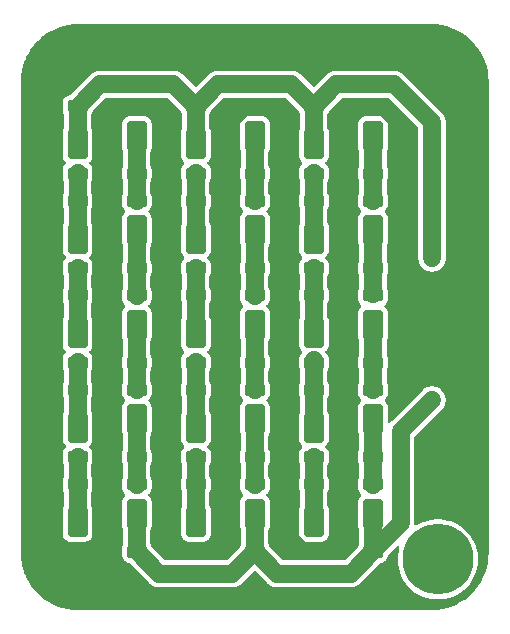
<source format=gtl>
%TF.GenerationSoftware,KiCad,Pcbnew,8.0.5*%
%TF.CreationDate,2024-10-25T17:28:07+08:00*%
%TF.ProjectId,LED_SMT_5730_5S6P_15W,4c45445f-534d-4545-9f35-3733305f3553,rev?*%
%TF.SameCoordinates,Original*%
%TF.FileFunction,Copper,L1,Top*%
%TF.FilePolarity,Positive*%
%FSLAX46Y46*%
G04 Gerber Fmt 4.6, Leading zero omitted, Abs format (unit mm)*
G04 Created by KiCad (PCBNEW 8.0.5) date 2024-10-25 17:28:07*
%MOMM*%
%LPD*%
G01*
G04 APERTURE LIST*
G04 Aperture macros list*
%AMRoundRect*
0 Rectangle with rounded corners*
0 $1 Rounding radius*
0 $2 $3 $4 $5 $6 $7 $8 $9 X,Y pos of 4 corners*
0 Add a 4 corners polygon primitive as box body*
4,1,4,$2,$3,$4,$5,$6,$7,$8,$9,$2,$3,0*
0 Add four circle primitives for the rounded corners*
1,1,$1+$1,$2,$3*
1,1,$1+$1,$4,$5*
1,1,$1+$1,$6,$7*
1,1,$1+$1,$8,$9*
0 Add four rect primitives between the rounded corners*
20,1,$1+$1,$2,$3,$4,$5,0*
20,1,$1+$1,$4,$5,$6,$7,0*
20,1,$1+$1,$6,$7,$8,$9,0*
20,1,$1+$1,$8,$9,$2,$3,0*%
G04 Aperture macros list end*
%TA.AperFunction,SMDPad,CuDef*%
%ADD10RoundRect,0.250000X-0.600000X0.300000X-0.600000X-0.300000X0.600000X-0.300000X0.600000X0.300000X0*%
%TD*%
%TA.AperFunction,SMDPad,CuDef*%
%ADD11RoundRect,0.250000X-0.600000X1.000000X-0.600000X-1.000000X0.600000X-1.000000X0.600000X1.000000X0*%
%TD*%
%TA.AperFunction,SMDPad,CuDef*%
%ADD12RoundRect,0.250000X0.600000X-0.300000X0.600000X0.300000X-0.600000X0.300000X-0.600000X-0.300000X0*%
%TD*%
%TA.AperFunction,SMDPad,CuDef*%
%ADD13RoundRect,0.250000X0.600000X-1.000000X0.600000X1.000000X-0.600000X1.000000X-0.600000X-1.000000X0*%
%TD*%
%TA.AperFunction,ComponentPad*%
%ADD14C,6.000000*%
%TD*%
%TA.AperFunction,ViaPad*%
%ADD15C,0.500000*%
%TD*%
%TA.AperFunction,Conductor*%
%ADD16C,1.500000*%
%TD*%
G04 APERTURE END LIST*
D10*
%TO.P,LED11,1,K*%
%TO.N,VLED1*%
X120000000Y-97150000D03*
%TO.P,LED11,2,A*%
%TO.N,Net-(LED11-A)*%
X120000000Y-102850000D03*
D11*
%TO.P,LED11,3,PAD*%
%TO.N,VLED1*%
X120000000Y-100350000D03*
%TD*%
D12*
%TO.P,LED22,1,K*%
%TO.N,Net-(LED21-A)*%
X125000000Y-126850000D03*
%TO.P,LED22,2,A*%
%TO.N,Net-(LED22-A)*%
X125000000Y-121150000D03*
D13*
%TO.P,LED22,3,PAD*%
%TO.N,Net-(LED21-A)*%
X125000000Y-123650000D03*
%TD*%
D12*
%TO.P,LED30,1,K*%
%TO.N,Net-(LED29-A)*%
X115000000Y-102850000D03*
%TO.P,LED30,2,A*%
%TO.N,GND*%
X115000000Y-97150000D03*
D13*
%TO.P,LED30,3,PAD*%
%TO.N,Net-(LED29-A)*%
X115000000Y-99650000D03*
%TD*%
D10*
%TO.P,LED5,1,K*%
%TO.N,Net-(LED4-A)*%
X100000000Y-129150000D03*
%TO.P,LED5,2,A*%
%TO.N,GND*%
X100000000Y-134850000D03*
D11*
%TO.P,LED5,3,PAD*%
%TO.N,Net-(LED4-A)*%
X100000000Y-132350000D03*
%TD*%
D10*
%TO.P,LED10,1,K*%
%TO.N,Net-(LED10-K)*%
X110000000Y-129150000D03*
%TO.P,LED10,2,A*%
%TO.N,GND*%
X110000000Y-134850000D03*
D11*
%TO.P,LED10,3,PAD*%
%TO.N,Net-(LED10-K)*%
X110000000Y-132350000D03*
%TD*%
D12*
%TO.P,LED20,1,K*%
%TO.N,Net-(LED19-A)*%
X105000000Y-102850000D03*
%TO.P,LED20,2,A*%
%TO.N,GND*%
X105000000Y-97150000D03*
D13*
%TO.P,LED20,3,PAD*%
%TO.N,Net-(LED19-A)*%
X105000000Y-99650000D03*
%TD*%
D10*
%TO.P,LED9,1,K*%
%TO.N,Net-(LED8-A)*%
X110000000Y-121150000D03*
%TO.P,LED9,2,A*%
%TO.N,Net-(LED10-K)*%
X110000000Y-126850000D03*
D11*
%TO.P,LED9,3,PAD*%
%TO.N,Net-(LED8-A)*%
X110000000Y-124350000D03*
%TD*%
D12*
%TO.P,LED23,1,K*%
%TO.N,Net-(LED22-A)*%
X125000000Y-118850000D03*
%TO.P,LED23,2,A*%
%TO.N,Net-(LED23-A)*%
X125000000Y-113150000D03*
D13*
%TO.P,LED23,3,PAD*%
%TO.N,Net-(LED22-A)*%
X125000000Y-115650000D03*
%TD*%
D10*
%TO.P,LED1,1,K*%
%TO.N,VLED1*%
X100000000Y-97150000D03*
%TO.P,LED1,2,A*%
%TO.N,Net-(LED1-A)*%
X100000000Y-102850000D03*
D11*
%TO.P,LED1,3,PAD*%
%TO.N,VLED1*%
X100000000Y-100350000D03*
%TD*%
D10*
%TO.P,LED3,1,K*%
%TO.N,Net-(LED2-A)*%
X100000000Y-113150000D03*
%TO.P,LED3,2,A*%
%TO.N,Net-(LED3-A)*%
X100000000Y-118850000D03*
D11*
%TO.P,LED3,3,PAD*%
%TO.N,Net-(LED2-A)*%
X100000000Y-116350000D03*
%TD*%
D12*
%TO.P,LED27,1,K*%
%TO.N,Net-(LED26-A)*%
X115000000Y-126850000D03*
%TO.P,LED27,2,A*%
%TO.N,Net-(LED27-A)*%
X115000000Y-121150000D03*
D13*
%TO.P,LED27,3,PAD*%
%TO.N,Net-(LED26-A)*%
X115000000Y-123650000D03*
%TD*%
D12*
%TO.P,LED16,1,K*%
%TO.N,VLED2*%
X105000000Y-134850000D03*
%TO.P,LED16,2,A*%
%TO.N,Net-(LED16-A)*%
X105000000Y-129150000D03*
D13*
%TO.P,LED16,3,PAD*%
%TO.N,VLED2*%
X105000000Y-131650000D03*
%TD*%
D10*
%TO.P,LED2,1,K*%
%TO.N,Net-(LED1-A)*%
X100000000Y-105150000D03*
%TO.P,LED2,2,A*%
%TO.N,Net-(LED2-A)*%
X100000000Y-110850000D03*
D11*
%TO.P,LED2,3,PAD*%
%TO.N,Net-(LED1-A)*%
X100000000Y-108350000D03*
%TD*%
D12*
%TO.P,LED28,1,K*%
%TO.N,Net-(LED27-A)*%
X115000000Y-118850000D03*
%TO.P,LED28,2,A*%
%TO.N,Net-(LED28-A)*%
X115000000Y-113150000D03*
D13*
%TO.P,LED28,3,PAD*%
%TO.N,Net-(LED27-A)*%
X115000000Y-115650000D03*
%TD*%
D12*
%TO.P,LED26,1,K*%
%TO.N,VLED2*%
X115000000Y-134850000D03*
%TO.P,LED26,2,A*%
%TO.N,Net-(LED26-A)*%
X115000000Y-129150000D03*
D13*
%TO.P,LED26,3,PAD*%
%TO.N,VLED2*%
X115000000Y-131650000D03*
%TD*%
D12*
%TO.P,LED17,1,K*%
%TO.N,Net-(LED16-A)*%
X105000000Y-126850000D03*
%TO.P,LED17,2,A*%
%TO.N,Net-(LED17-A)*%
X105000000Y-121150000D03*
D13*
%TO.P,LED17,3,PAD*%
%TO.N,Net-(LED16-A)*%
X105000000Y-123650000D03*
%TD*%
D10*
%TO.P,LED14,1,K*%
%TO.N,Net-(LED13-A)*%
X120000000Y-121150000D03*
%TO.P,LED14,2,A*%
%TO.N,Net-(LED14-A)*%
X120000000Y-126850000D03*
D11*
%TO.P,LED14,3,PAD*%
%TO.N,Net-(LED13-A)*%
X120000000Y-124350000D03*
%TD*%
D10*
%TO.P,LED8,1,K*%
%TO.N,Net-(LED7-A)*%
X110000000Y-113150000D03*
%TO.P,LED8,2,A*%
%TO.N,Net-(LED8-A)*%
X110000000Y-118850000D03*
D11*
%TO.P,LED8,3,PAD*%
%TO.N,Net-(LED7-A)*%
X110000000Y-116350000D03*
%TD*%
D12*
%TO.P,LED19,1,K*%
%TO.N,Net-(LED18-A)*%
X105000000Y-110850000D03*
%TO.P,LED19,2,A*%
%TO.N,Net-(LED19-A)*%
X105000000Y-105150000D03*
D13*
%TO.P,LED19,3,PAD*%
%TO.N,Net-(LED18-A)*%
X105000000Y-107650000D03*
%TD*%
D10*
%TO.P,LED12,1,K*%
%TO.N,Net-(LED11-A)*%
X120000000Y-105150000D03*
%TO.P,LED12,2,A*%
%TO.N,Net-(LED12-A)*%
X120000000Y-110850000D03*
D11*
%TO.P,LED12,3,PAD*%
%TO.N,Net-(LED11-A)*%
X120000000Y-108350000D03*
%TD*%
D14*
%TO.P,H1,1,1*%
%TO.N,unconnected-(H1-Pad1)*%
X130500000Y-135500000D03*
%TD*%
D10*
%TO.P,LED7,1,K*%
%TO.N,Net-(LED6-A)*%
X110000000Y-105150000D03*
%TO.P,LED7,2,A*%
%TO.N,Net-(LED7-A)*%
X110000000Y-110850000D03*
D11*
%TO.P,LED7,3,PAD*%
%TO.N,Net-(LED6-A)*%
X110000000Y-108350000D03*
%TD*%
D10*
%TO.P,LED4,1,K*%
%TO.N,Net-(LED3-A)*%
X100000000Y-121150000D03*
%TO.P,LED4,2,A*%
%TO.N,Net-(LED4-A)*%
X100000000Y-126850000D03*
D11*
%TO.P,LED4,3,PAD*%
%TO.N,Net-(LED3-A)*%
X100000000Y-124350000D03*
%TD*%
D12*
%TO.P,LED29,1,K*%
%TO.N,Net-(LED28-A)*%
X115000000Y-110850000D03*
%TO.P,LED29,2,A*%
%TO.N,Net-(LED29-A)*%
X115000000Y-105150000D03*
D13*
%TO.P,LED29,3,PAD*%
%TO.N,Net-(LED28-A)*%
X115000000Y-107650000D03*
%TD*%
D10*
%TO.P,LED15,1,K*%
%TO.N,Net-(LED14-A)*%
X120000000Y-129150000D03*
%TO.P,LED15,2,A*%
%TO.N,GND*%
X120000000Y-134850000D03*
D11*
%TO.P,LED15,3,PAD*%
%TO.N,Net-(LED14-A)*%
X120000000Y-132350000D03*
%TD*%
D12*
%TO.P,LED24,1,K*%
%TO.N,Net-(LED23-A)*%
X125000000Y-110850000D03*
%TO.P,LED24,2,A*%
%TO.N,Net-(LED24-A)*%
X125000000Y-105150000D03*
D13*
%TO.P,LED24,3,PAD*%
%TO.N,Net-(LED23-A)*%
X125000000Y-107650000D03*
%TD*%
D10*
%TO.P,LED6,1,K*%
%TO.N,VLED1*%
X110000000Y-97150000D03*
%TO.P,LED6,2,A*%
%TO.N,Net-(LED6-A)*%
X110000000Y-102850000D03*
D11*
%TO.P,LED6,3,PAD*%
%TO.N,VLED1*%
X110000000Y-100350000D03*
%TD*%
D12*
%TO.P,LED21,1,K*%
%TO.N,VLED2*%
X125000000Y-134850000D03*
%TO.P,LED21,2,A*%
%TO.N,Net-(LED21-A)*%
X125000000Y-129150000D03*
D13*
%TO.P,LED21,3,PAD*%
%TO.N,VLED2*%
X125000000Y-131650000D03*
%TD*%
D12*
%TO.P,LED18,1,K*%
%TO.N,Net-(LED17-A)*%
X105000000Y-118850000D03*
%TO.P,LED18,2,A*%
%TO.N,Net-(LED18-A)*%
X105000000Y-113150000D03*
D13*
%TO.P,LED18,3,PAD*%
%TO.N,Net-(LED17-A)*%
X105000000Y-115650000D03*
%TD*%
D12*
%TO.P,LED25,1,K*%
%TO.N,Net-(LED24-A)*%
X125000000Y-102850000D03*
%TO.P,LED25,2,A*%
%TO.N,GND*%
X125000000Y-97150000D03*
D13*
%TO.P,LED25,3,PAD*%
%TO.N,Net-(LED24-A)*%
X125000000Y-99650000D03*
%TD*%
D10*
%TO.P,LED13,1,K*%
%TO.N,Net-(LED12-A)*%
X120000000Y-113150000D03*
%TO.P,LED13,2,A*%
%TO.N,Net-(LED13-A)*%
X120000000Y-118850000D03*
D11*
%TO.P,LED13,3,PAD*%
%TO.N,Net-(LED12-A)*%
X120000000Y-116350000D03*
%TD*%
D15*
%TO.N,GND*%
X97500000Y-107500000D03*
X102500000Y-137500000D03*
X97500000Y-112500000D03*
X117500000Y-117500000D03*
X112500000Y-122500000D03*
X112500000Y-117500000D03*
X97500000Y-127500000D03*
X97500000Y-122500000D03*
X117500000Y-92500000D03*
X107500000Y-107500000D03*
X127500000Y-112500000D03*
X112500000Y-102500000D03*
X132500000Y-92500000D03*
X102500000Y-97500000D03*
X112500000Y-97500000D03*
X102500000Y-117500000D03*
X122500000Y-97500000D03*
X127330000Y-122250000D03*
X112500000Y-107500000D03*
X122500000Y-102500000D03*
X117500000Y-127500000D03*
X122500000Y-117500000D03*
X125940000Y-137580000D03*
X107500000Y-102500000D03*
X102500000Y-102500000D03*
X117500000Y-112500000D03*
X97500000Y-137500000D03*
X122500000Y-112500000D03*
X117500000Y-102500000D03*
X132500000Y-112500000D03*
X122500000Y-107500000D03*
X132500000Y-127500000D03*
X132500000Y-97500000D03*
X122500000Y-127500000D03*
X132500000Y-102500000D03*
X107500000Y-92500000D03*
X112500000Y-127500000D03*
X102500000Y-122500000D03*
X117500000Y-122500000D03*
X127500000Y-102500000D03*
X107500000Y-122500000D03*
X127500000Y-92500000D03*
X107500000Y-112500000D03*
X132500000Y-122500000D03*
X107500000Y-132500000D03*
X115000000Y-137560000D03*
X132500000Y-107500000D03*
X107500000Y-127500000D03*
X107500000Y-97500000D03*
X107500000Y-117500000D03*
X102500000Y-132500000D03*
X127500000Y-117500000D03*
X97500000Y-97500000D03*
X127500000Y-107500000D03*
X102500000Y-112500000D03*
X112500000Y-92500000D03*
X117500000Y-132500000D03*
X97500000Y-92500000D03*
X97500000Y-102500000D03*
X117500000Y-107500000D03*
X102500000Y-127500000D03*
X112500000Y-112500000D03*
X122500000Y-132500000D03*
X117500000Y-97500000D03*
X102500000Y-92500000D03*
X122500000Y-92500000D03*
X97500000Y-132500000D03*
X122500000Y-122500000D03*
X132500000Y-117500000D03*
X112500000Y-132500000D03*
X97500000Y-117500000D03*
X102500000Y-107500000D03*
%TD*%
D16*
%TO.N,GND*%
X130000000Y-116000000D02*
X129070000Y-116000000D01*
X114070000Y-97180000D02*
X115000000Y-97180000D01*
X103900000Y-97180000D02*
X105000000Y-97180000D01*
X127670000Y-98940000D02*
X125910000Y-97180000D01*
X125910000Y-97180000D02*
X125000000Y-97180000D01*
X122650000Y-133470000D02*
X122650000Y-98470000D01*
X127670000Y-114600000D02*
X127670000Y-98940000D01*
X121300000Y-134820000D02*
X122650000Y-133470000D01*
X111200000Y-134820000D02*
X112650000Y-133370000D01*
X105000000Y-97180000D02*
X106160000Y-97180000D01*
X119030000Y-134820000D02*
X120000000Y-134820000D01*
X110000000Y-134820000D02*
X111200000Y-134820000D01*
X112650000Y-133370000D02*
X112650000Y-98600000D01*
X102650000Y-133370000D02*
X102650000Y-98430000D01*
X101200000Y-134820000D02*
X102650000Y-133370000D01*
X107350000Y-133590000D02*
X108580000Y-134820000D01*
X123940000Y-97180000D02*
X125000000Y-97180000D01*
X120000000Y-134820000D02*
X121300000Y-134820000D01*
X117650000Y-98410000D02*
X117650000Y-133440000D01*
X107350000Y-98370000D02*
X107350000Y-133590000D01*
X112650000Y-98600000D02*
X114070000Y-97180000D01*
X117650000Y-133440000D02*
X119030000Y-134820000D01*
X129070000Y-116000000D02*
X127670000Y-114600000D01*
X115000000Y-97180000D02*
X116420000Y-97180000D01*
X106160000Y-97180000D02*
X107350000Y-98370000D01*
X116420000Y-97180000D02*
X117650000Y-98410000D01*
X102650000Y-98430000D02*
X103900000Y-97180000D01*
X100000000Y-134820000D02*
X101200000Y-134820000D01*
X122650000Y-98470000D02*
X123940000Y-97180000D01*
X108580000Y-134820000D02*
X110000000Y-134820000D01*
%TO.N,VLED1*%
X110000000Y-99700000D02*
X110000000Y-97180000D01*
X108100000Y-95280000D02*
X101900000Y-95280000D01*
X130000000Y-110000000D02*
X130000000Y-98520000D01*
X121900000Y-95280000D02*
X120000000Y-97180000D01*
X120000000Y-99700000D02*
X120000000Y-97180000D01*
X126760000Y-95280000D02*
X121900000Y-95280000D01*
X118100000Y-95280000D02*
X120000000Y-97180000D01*
X130000000Y-98520000D02*
X126760000Y-95280000D01*
X101900000Y-95280000D02*
X100000000Y-97180000D01*
X110000000Y-97180000D02*
X111900000Y-95280000D01*
X110000000Y-97180000D02*
X108100000Y-95280000D01*
X100000000Y-97180000D02*
X100000000Y-99700000D01*
X111900000Y-95280000D02*
X118100000Y-95280000D01*
%TO.N,VLED2*%
X113100000Y-136720000D02*
X115000000Y-134820000D01*
X106900000Y-136720000D02*
X113100000Y-136720000D01*
X115000000Y-132300000D02*
X115000000Y-134820000D01*
X105000000Y-134820000D02*
X106900000Y-136720000D01*
X116900000Y-136720000D02*
X123100000Y-136720000D01*
X105000000Y-132300000D02*
X105000000Y-134820000D01*
X127350000Y-132470000D02*
X127350000Y-124650000D01*
X127350000Y-124650000D02*
X130000000Y-122000000D01*
X123100000Y-136720000D02*
X125000000Y-134820000D01*
X125000000Y-134820000D02*
X127350000Y-132470000D01*
X125000000Y-132300000D02*
X125000000Y-134820000D01*
X115000000Y-134820000D02*
X116900000Y-136720000D01*
%TO.N,Net-(LED1-A)*%
X100000000Y-107700000D02*
X100000000Y-102820000D01*
%TO.N,Net-(LED2-A)*%
X100000000Y-110820000D02*
X100000000Y-115700000D01*
%TO.N,Net-(LED3-A)*%
X100000000Y-118820000D02*
X100000000Y-123700000D01*
%TO.N,Net-(LED4-A)*%
X100000000Y-126820000D02*
X100000000Y-131700000D01*
%TO.N,Net-(LED6-A)*%
X110000000Y-102820000D02*
X110000000Y-107700000D01*
%TO.N,Net-(LED7-A)*%
X110000000Y-110820000D02*
X110000000Y-115700000D01*
%TO.N,Net-(LED8-A)*%
X110000000Y-118820000D02*
X110000000Y-123700000D01*
%TO.N,Net-(LED10-K)*%
X110000000Y-126820000D02*
X110000000Y-131700000D01*
%TO.N,Net-(LED11-A)*%
X120000000Y-102820000D02*
X120000000Y-107700000D01*
%TO.N,Net-(LED12-A)*%
X120000000Y-110820000D02*
X120000000Y-115490000D01*
%TO.N,Net-(LED13-A)*%
X120000000Y-118610000D02*
X120000000Y-123700000D01*
%TO.N,Net-(LED14-A)*%
X120000000Y-126820000D02*
X120000000Y-131700000D01*
%TO.N,Net-(LED16-A)*%
X105000000Y-129180000D02*
X105000000Y-124300000D01*
%TO.N,Net-(LED17-A)*%
X105000000Y-121180000D02*
X105000000Y-116300000D01*
%TO.N,Net-(LED18-A)*%
X105000000Y-108300000D02*
X105000000Y-113180000D01*
%TO.N,Net-(LED19-A)*%
X105000000Y-105180000D02*
X105000000Y-100300000D01*
%TO.N,Net-(LED21-A)*%
X125000000Y-129180000D02*
X125000000Y-124300000D01*
%TO.N,Net-(LED22-A)*%
X125000000Y-121180000D02*
X125000000Y-116150000D01*
%TO.N,Net-(LED23-A)*%
X125000000Y-113030000D02*
X125000000Y-108300000D01*
%TO.N,Net-(LED24-A)*%
X125000000Y-105180000D02*
X125000000Y-100300000D01*
%TO.N,Net-(LED26-A)*%
X115000000Y-129180000D02*
X115000000Y-124300000D01*
%TO.N,Net-(LED27-A)*%
X115000000Y-121180000D02*
X115000000Y-116300000D01*
%TO.N,Net-(LED28-A)*%
X115000000Y-113180000D02*
X115000000Y-108300000D01*
%TO.N,Net-(LED29-A)*%
X115000000Y-105180000D02*
X115000000Y-100300000D01*
%TD*%
%TA.AperFunction,Conductor*%
%TO.N,GND*%
G36*
X130002702Y-90200617D02*
G01*
X130412917Y-90218528D01*
X130423654Y-90219468D01*
X130828057Y-90272708D01*
X130838695Y-90274583D01*
X131236925Y-90362869D01*
X131247365Y-90365667D01*
X131636363Y-90488317D01*
X131646524Y-90492015D01*
X132023363Y-90648108D01*
X132033155Y-90652674D01*
X132394965Y-90841020D01*
X132404305Y-90846413D01*
X132689636Y-91028189D01*
X132748309Y-91065568D01*
X132757170Y-91071772D01*
X133080766Y-91320076D01*
X133089053Y-91327030D01*
X133389767Y-91602583D01*
X133397416Y-91610232D01*
X133672969Y-91910946D01*
X133679923Y-91919233D01*
X133928227Y-92242829D01*
X133934431Y-92251690D01*
X134153578Y-92595680D01*
X134158987Y-92605048D01*
X134347322Y-92966838D01*
X134351894Y-92976642D01*
X134507983Y-93353473D01*
X134511683Y-93363639D01*
X134634331Y-93752630D01*
X134637131Y-93763078D01*
X134725414Y-94161296D01*
X134727292Y-94171950D01*
X134780529Y-94576326D01*
X134781472Y-94587102D01*
X134799382Y-94997297D01*
X134799500Y-95002706D01*
X134799500Y-134997293D01*
X134799382Y-135002702D01*
X134781472Y-135412897D01*
X134780529Y-135423673D01*
X134727292Y-135828049D01*
X134725414Y-135838703D01*
X134637131Y-136236921D01*
X134634331Y-136247369D01*
X134511683Y-136636360D01*
X134507983Y-136646526D01*
X134351894Y-137023357D01*
X134347322Y-137033161D01*
X134158987Y-137394951D01*
X134153578Y-137404319D01*
X133934431Y-137748309D01*
X133928227Y-137757170D01*
X133679923Y-138080766D01*
X133672969Y-138089053D01*
X133397416Y-138389767D01*
X133389767Y-138397416D01*
X133089053Y-138672969D01*
X133080766Y-138679923D01*
X132757170Y-138928227D01*
X132748309Y-138934431D01*
X132404319Y-139153578D01*
X132394951Y-139158987D01*
X132033161Y-139347322D01*
X132023357Y-139351894D01*
X131646526Y-139507983D01*
X131636360Y-139511683D01*
X131247369Y-139634331D01*
X131236921Y-139637131D01*
X130838703Y-139725414D01*
X130828049Y-139727292D01*
X130423673Y-139780529D01*
X130412897Y-139781472D01*
X130002703Y-139799382D01*
X129997294Y-139799500D01*
X100002706Y-139799500D01*
X99997297Y-139799382D01*
X99587102Y-139781472D01*
X99576326Y-139780529D01*
X99171950Y-139727292D01*
X99161296Y-139725414D01*
X98763078Y-139637131D01*
X98752630Y-139634331D01*
X98363639Y-139511683D01*
X98353473Y-139507983D01*
X97976642Y-139351894D01*
X97966838Y-139347322D01*
X97847126Y-139285004D01*
X97605042Y-139158983D01*
X97595686Y-139153582D01*
X97423685Y-139044004D01*
X97251690Y-138934431D01*
X97242829Y-138928227D01*
X96919233Y-138679923D01*
X96910946Y-138672969D01*
X96610232Y-138397416D01*
X96602583Y-138389767D01*
X96327030Y-138089053D01*
X96320076Y-138080766D01*
X96071772Y-137757170D01*
X96065568Y-137748309D01*
X95969529Y-137597559D01*
X95846413Y-137404305D01*
X95841020Y-137394965D01*
X95652674Y-137033155D01*
X95648105Y-137023357D01*
X95609409Y-136929938D01*
X95492015Y-136646524D01*
X95488316Y-136636360D01*
X95472872Y-136587379D01*
X95365667Y-136247365D01*
X95362868Y-136236921D01*
X95325449Y-136068135D01*
X95274583Y-135838695D01*
X95272707Y-135828049D01*
X95269146Y-135800998D01*
X95219468Y-135423654D01*
X95218528Y-135412917D01*
X95200618Y-135002702D01*
X95200500Y-134997293D01*
X95200500Y-96784298D01*
X98749500Y-96784298D01*
X98749500Y-97515701D01*
X98752401Y-97552567D01*
X98752402Y-97552573D01*
X98798254Y-97710393D01*
X98798255Y-97710396D01*
X98832232Y-97767848D01*
X98849500Y-97830969D01*
X98849500Y-98969030D01*
X98832232Y-99032150D01*
X98798257Y-99089599D01*
X98798254Y-99089606D01*
X98752402Y-99247426D01*
X98752401Y-99247432D01*
X98749500Y-99284298D01*
X98749500Y-101415701D01*
X98752401Y-101452567D01*
X98752402Y-101452573D01*
X98798254Y-101610393D01*
X98798255Y-101610396D01*
X98881917Y-101751862D01*
X98881923Y-101751870D01*
X98992372Y-101862319D01*
X99025857Y-101923642D01*
X99020873Y-101993334D01*
X98992372Y-102037681D01*
X98881923Y-102148129D01*
X98881917Y-102148137D01*
X98798255Y-102289603D01*
X98798254Y-102289606D01*
X98752402Y-102447426D01*
X98752401Y-102447432D01*
X98749500Y-102484298D01*
X98749500Y-103215701D01*
X98752401Y-103252567D01*
X98752402Y-103252573D01*
X98798254Y-103410393D01*
X98798255Y-103410396D01*
X98832232Y-103467848D01*
X98849500Y-103530969D01*
X98849500Y-104469030D01*
X98832232Y-104532150D01*
X98798257Y-104589599D01*
X98798254Y-104589606D01*
X98752402Y-104747426D01*
X98752401Y-104747432D01*
X98749500Y-104784298D01*
X98749500Y-105515701D01*
X98752401Y-105552567D01*
X98752402Y-105552573D01*
X98798254Y-105710393D01*
X98798255Y-105710396D01*
X98832232Y-105767848D01*
X98849500Y-105830969D01*
X98849500Y-106969030D01*
X98832232Y-107032150D01*
X98798257Y-107089599D01*
X98798254Y-107089606D01*
X98752402Y-107247426D01*
X98752401Y-107247432D01*
X98749500Y-107284298D01*
X98749500Y-109415701D01*
X98752401Y-109452567D01*
X98752402Y-109452573D01*
X98798254Y-109610393D01*
X98798255Y-109610396D01*
X98881917Y-109751862D01*
X98881923Y-109751870D01*
X98992372Y-109862319D01*
X99025857Y-109923642D01*
X99020873Y-109993334D01*
X98992372Y-110037681D01*
X98881923Y-110148129D01*
X98881917Y-110148137D01*
X98798255Y-110289603D01*
X98798254Y-110289606D01*
X98752402Y-110447426D01*
X98752401Y-110447432D01*
X98749500Y-110484298D01*
X98749500Y-111215701D01*
X98752401Y-111252567D01*
X98752402Y-111252573D01*
X98798254Y-111410393D01*
X98798255Y-111410396D01*
X98832232Y-111467848D01*
X98849500Y-111530969D01*
X98849500Y-112469030D01*
X98832232Y-112532150D01*
X98798257Y-112589599D01*
X98798254Y-112589606D01*
X98752402Y-112747426D01*
X98752401Y-112747432D01*
X98749500Y-112784298D01*
X98749500Y-113515701D01*
X98752401Y-113552567D01*
X98752402Y-113552573D01*
X98798254Y-113710393D01*
X98798255Y-113710396D01*
X98832232Y-113767848D01*
X98849500Y-113830969D01*
X98849500Y-114969030D01*
X98832232Y-115032150D01*
X98798257Y-115089599D01*
X98798254Y-115089606D01*
X98752402Y-115247426D01*
X98752401Y-115247432D01*
X98749500Y-115284298D01*
X98749500Y-117415701D01*
X98752401Y-117452567D01*
X98752402Y-117452573D01*
X98798254Y-117610393D01*
X98798255Y-117610396D01*
X98881917Y-117751862D01*
X98881923Y-117751870D01*
X98992372Y-117862319D01*
X99025857Y-117923642D01*
X99020873Y-117993334D01*
X98992372Y-118037681D01*
X98881923Y-118148129D01*
X98881917Y-118148137D01*
X98798255Y-118289603D01*
X98798254Y-118289606D01*
X98752402Y-118447426D01*
X98752401Y-118447432D01*
X98749500Y-118484298D01*
X98749500Y-119215701D01*
X98752401Y-119252567D01*
X98752402Y-119252573D01*
X98798254Y-119410393D01*
X98798255Y-119410396D01*
X98832232Y-119467848D01*
X98849500Y-119530969D01*
X98849500Y-120469030D01*
X98832232Y-120532150D01*
X98798257Y-120589599D01*
X98798254Y-120589606D01*
X98752402Y-120747426D01*
X98752401Y-120747432D01*
X98749500Y-120784298D01*
X98749500Y-121515701D01*
X98752401Y-121552567D01*
X98752402Y-121552573D01*
X98798254Y-121710393D01*
X98798255Y-121710396D01*
X98798256Y-121710398D01*
X98822675Y-121751689D01*
X98832232Y-121767848D01*
X98849500Y-121830969D01*
X98849500Y-122969030D01*
X98832232Y-123032150D01*
X98798257Y-123089599D01*
X98798254Y-123089606D01*
X98752402Y-123247426D01*
X98752401Y-123247432D01*
X98749500Y-123284298D01*
X98749500Y-125415701D01*
X98752401Y-125452567D01*
X98752402Y-125452573D01*
X98798254Y-125610393D01*
X98798255Y-125610396D01*
X98881917Y-125751862D01*
X98881923Y-125751870D01*
X98992372Y-125862319D01*
X99025857Y-125923642D01*
X99020873Y-125993334D01*
X98992372Y-126037681D01*
X98881923Y-126148129D01*
X98881917Y-126148137D01*
X98798255Y-126289603D01*
X98798254Y-126289606D01*
X98752402Y-126447426D01*
X98752401Y-126447432D01*
X98749500Y-126484298D01*
X98749500Y-127215701D01*
X98752401Y-127252567D01*
X98752402Y-127252573D01*
X98798254Y-127410393D01*
X98798255Y-127410396D01*
X98832232Y-127467848D01*
X98849500Y-127530969D01*
X98849500Y-128469030D01*
X98832232Y-128532150D01*
X98798257Y-128589599D01*
X98798254Y-128589606D01*
X98752402Y-128747426D01*
X98752401Y-128747432D01*
X98749500Y-128784298D01*
X98749500Y-129515701D01*
X98752401Y-129552567D01*
X98752402Y-129552573D01*
X98798254Y-129710393D01*
X98798255Y-129710396D01*
X98832232Y-129767848D01*
X98849500Y-129830969D01*
X98849500Y-130969030D01*
X98832232Y-131032150D01*
X98798257Y-131089599D01*
X98798254Y-131089606D01*
X98752402Y-131247426D01*
X98752401Y-131247432D01*
X98749500Y-131284298D01*
X98749500Y-133415701D01*
X98752401Y-133452567D01*
X98752402Y-133452573D01*
X98798254Y-133610393D01*
X98798255Y-133610396D01*
X98881917Y-133751862D01*
X98881923Y-133751870D01*
X98998129Y-133868076D01*
X98998133Y-133868079D01*
X98998135Y-133868081D01*
X99139602Y-133951744D01*
X99181224Y-133963836D01*
X99297426Y-133997597D01*
X99297429Y-133997597D01*
X99297431Y-133997598D01*
X99334306Y-134000500D01*
X99334314Y-134000500D01*
X100665686Y-134000500D01*
X100665694Y-134000500D01*
X100702569Y-133997598D01*
X100702571Y-133997597D01*
X100702573Y-133997597D01*
X100744191Y-133985505D01*
X100860398Y-133951744D01*
X101001865Y-133868081D01*
X101118081Y-133751865D01*
X101201744Y-133610398D01*
X101247598Y-133452569D01*
X101250500Y-133415694D01*
X101250500Y-131284306D01*
X101247598Y-131247431D01*
X101201744Y-131089602D01*
X101192170Y-131073413D01*
X101167768Y-131032150D01*
X101150500Y-130969030D01*
X101150500Y-129830969D01*
X101167768Y-129767848D01*
X101201744Y-129710398D01*
X101247598Y-129552569D01*
X101250500Y-129515694D01*
X101250500Y-128784306D01*
X101247598Y-128747431D01*
X101201744Y-128589602D01*
X101192170Y-128573413D01*
X101167768Y-128532150D01*
X101150500Y-128469030D01*
X101150500Y-127530969D01*
X101167768Y-127467848D01*
X101201744Y-127410398D01*
X101247598Y-127252569D01*
X101250500Y-127215694D01*
X101250500Y-126484306D01*
X101247598Y-126447431D01*
X101201744Y-126289602D01*
X101118081Y-126148135D01*
X101118079Y-126148133D01*
X101118076Y-126148129D01*
X101007628Y-126037681D01*
X100974143Y-125976358D01*
X100979127Y-125906666D01*
X101007628Y-125862319D01*
X101118076Y-125751870D01*
X101118081Y-125751865D01*
X101201744Y-125610398D01*
X101247598Y-125452569D01*
X101250500Y-125415694D01*
X101250500Y-123284306D01*
X101247598Y-123247431D01*
X101201744Y-123089602D01*
X101192170Y-123073413D01*
X101167768Y-123032150D01*
X101150500Y-122969030D01*
X101150500Y-121830969D01*
X101167768Y-121767848D01*
X101173083Y-121758861D01*
X101201744Y-121710398D01*
X101247598Y-121552569D01*
X101250500Y-121515694D01*
X101250500Y-120784306D01*
X101247598Y-120747431D01*
X101201744Y-120589602D01*
X101192170Y-120573413D01*
X101167768Y-120532150D01*
X101150500Y-120469030D01*
X101150500Y-119530969D01*
X101167768Y-119467848D01*
X101201744Y-119410398D01*
X101247598Y-119252569D01*
X101250500Y-119215694D01*
X101250500Y-118484306D01*
X101247598Y-118447431D01*
X101201744Y-118289602D01*
X101118081Y-118148135D01*
X101118079Y-118148133D01*
X101118076Y-118148129D01*
X101007628Y-118037681D01*
X100974143Y-117976358D01*
X100979127Y-117906666D01*
X101007628Y-117862319D01*
X101118076Y-117751870D01*
X101118081Y-117751865D01*
X101201744Y-117610398D01*
X101247598Y-117452569D01*
X101250500Y-117415694D01*
X101250500Y-115284306D01*
X101247598Y-115247431D01*
X101201744Y-115089602D01*
X101192170Y-115073413D01*
X101167768Y-115032150D01*
X101150500Y-114969030D01*
X101150500Y-113830969D01*
X101167768Y-113767848D01*
X101201744Y-113710398D01*
X101247598Y-113552569D01*
X101250500Y-113515694D01*
X101250500Y-112784306D01*
X101247598Y-112747431D01*
X101201744Y-112589602D01*
X101192170Y-112573413D01*
X101167768Y-112532150D01*
X101150500Y-112469030D01*
X101150500Y-111530969D01*
X101167768Y-111467848D01*
X101201744Y-111410398D01*
X101247598Y-111252569D01*
X101250500Y-111215694D01*
X101250500Y-110484306D01*
X101247598Y-110447431D01*
X101245916Y-110441642D01*
X101201745Y-110289606D01*
X101201744Y-110289603D01*
X101201744Y-110289602D01*
X101118081Y-110148135D01*
X101118079Y-110148133D01*
X101118076Y-110148129D01*
X101007628Y-110037681D01*
X100974143Y-109976358D01*
X100979127Y-109906666D01*
X101007628Y-109862319D01*
X101118076Y-109751870D01*
X101118081Y-109751865D01*
X101201744Y-109610398D01*
X101247598Y-109452569D01*
X101250500Y-109415694D01*
X101250500Y-107284306D01*
X101247598Y-107247431D01*
X101201744Y-107089602D01*
X101192170Y-107073413D01*
X101167768Y-107032150D01*
X101150500Y-106969030D01*
X101150500Y-105830969D01*
X101167768Y-105767848D01*
X101201744Y-105710398D01*
X101247598Y-105552569D01*
X101250500Y-105515694D01*
X101250500Y-104784306D01*
X101247598Y-104747431D01*
X101201744Y-104589602D01*
X101192170Y-104573413D01*
X101167768Y-104532150D01*
X101150500Y-104469030D01*
X101150500Y-103530969D01*
X101167768Y-103467848D01*
X101201744Y-103410398D01*
X101247598Y-103252569D01*
X101250500Y-103215694D01*
X101250500Y-102484306D01*
X101247598Y-102447431D01*
X101201744Y-102289602D01*
X101118081Y-102148135D01*
X101118079Y-102148133D01*
X101118076Y-102148129D01*
X101007628Y-102037681D01*
X100974143Y-101976358D01*
X100979127Y-101906666D01*
X101007628Y-101862319D01*
X101118076Y-101751870D01*
X101118081Y-101751865D01*
X101201744Y-101610398D01*
X101247598Y-101452569D01*
X101250500Y-101415694D01*
X101250500Y-99284306D01*
X101247598Y-99247431D01*
X101201744Y-99089602D01*
X101177091Y-99047915D01*
X101167768Y-99032150D01*
X101150500Y-98969030D01*
X101150500Y-98584298D01*
X103749500Y-98584298D01*
X103749500Y-100715701D01*
X103752401Y-100752567D01*
X103752402Y-100752573D01*
X103798254Y-100910393D01*
X103798255Y-100910396D01*
X103832232Y-100967848D01*
X103849500Y-101030969D01*
X103849500Y-102169030D01*
X103832232Y-102232150D01*
X103798257Y-102289599D01*
X103798254Y-102289606D01*
X103752402Y-102447426D01*
X103752401Y-102447432D01*
X103749500Y-102484298D01*
X103749500Y-103215701D01*
X103752401Y-103252567D01*
X103752402Y-103252573D01*
X103798254Y-103410393D01*
X103798255Y-103410396D01*
X103832232Y-103467848D01*
X103849500Y-103530969D01*
X103849500Y-104469030D01*
X103832232Y-104532150D01*
X103798257Y-104589599D01*
X103798254Y-104589606D01*
X103752402Y-104747426D01*
X103752401Y-104747432D01*
X103749500Y-104784298D01*
X103749500Y-105515701D01*
X103752401Y-105552567D01*
X103752402Y-105552573D01*
X103798254Y-105710393D01*
X103798255Y-105710396D01*
X103881917Y-105851862D01*
X103881923Y-105851870D01*
X103992372Y-105962319D01*
X104025857Y-106023642D01*
X104020873Y-106093334D01*
X103992372Y-106137681D01*
X103881923Y-106248129D01*
X103881917Y-106248137D01*
X103798255Y-106389603D01*
X103798254Y-106389606D01*
X103752402Y-106547426D01*
X103752401Y-106547432D01*
X103749500Y-106584298D01*
X103749500Y-108715701D01*
X103752401Y-108752567D01*
X103752402Y-108752573D01*
X103798254Y-108910393D01*
X103798255Y-108910396D01*
X103832232Y-108967848D01*
X103849500Y-109030969D01*
X103849500Y-110169030D01*
X103832232Y-110232150D01*
X103798257Y-110289599D01*
X103798254Y-110289606D01*
X103752402Y-110447426D01*
X103752401Y-110447432D01*
X103749500Y-110484298D01*
X103749500Y-111215701D01*
X103752401Y-111252567D01*
X103752402Y-111252573D01*
X103798254Y-111410393D01*
X103798255Y-111410396D01*
X103832232Y-111467848D01*
X103849500Y-111530969D01*
X103849500Y-112469030D01*
X103832232Y-112532150D01*
X103798257Y-112589599D01*
X103798254Y-112589606D01*
X103752402Y-112747426D01*
X103752401Y-112747432D01*
X103749500Y-112784298D01*
X103749500Y-113515701D01*
X103752401Y-113552567D01*
X103752402Y-113552573D01*
X103798254Y-113710393D01*
X103798255Y-113710396D01*
X103881917Y-113851862D01*
X103881923Y-113851870D01*
X103992372Y-113962319D01*
X104025857Y-114023642D01*
X104020873Y-114093334D01*
X103992372Y-114137681D01*
X103881923Y-114248129D01*
X103881917Y-114248137D01*
X103798255Y-114389603D01*
X103798254Y-114389606D01*
X103752402Y-114547426D01*
X103752401Y-114547432D01*
X103749500Y-114584298D01*
X103749500Y-116715701D01*
X103752401Y-116752567D01*
X103752402Y-116752573D01*
X103798254Y-116910393D01*
X103798255Y-116910396D01*
X103832232Y-116967848D01*
X103849500Y-117030969D01*
X103849500Y-118169030D01*
X103832232Y-118232150D01*
X103798257Y-118289599D01*
X103798254Y-118289606D01*
X103752402Y-118447426D01*
X103752401Y-118447432D01*
X103749500Y-118484298D01*
X103749500Y-119215701D01*
X103752401Y-119252567D01*
X103752402Y-119252573D01*
X103798254Y-119410393D01*
X103798255Y-119410396D01*
X103832232Y-119467848D01*
X103849500Y-119530969D01*
X103849500Y-120469030D01*
X103832232Y-120532150D01*
X103798257Y-120589599D01*
X103798254Y-120589606D01*
X103752402Y-120747426D01*
X103752401Y-120747432D01*
X103749500Y-120784298D01*
X103749500Y-121515701D01*
X103752401Y-121552567D01*
X103752402Y-121552573D01*
X103798254Y-121710393D01*
X103798255Y-121710396D01*
X103881917Y-121851862D01*
X103881923Y-121851870D01*
X103992372Y-121962319D01*
X104025857Y-122023642D01*
X104020873Y-122093334D01*
X103992372Y-122137681D01*
X103881923Y-122248129D01*
X103881917Y-122248137D01*
X103798255Y-122389603D01*
X103798254Y-122389606D01*
X103752402Y-122547426D01*
X103752401Y-122547432D01*
X103749500Y-122584298D01*
X103749500Y-124715701D01*
X103752401Y-124752567D01*
X103752402Y-124752573D01*
X103798254Y-124910393D01*
X103798255Y-124910396D01*
X103832232Y-124967848D01*
X103849500Y-125030969D01*
X103849500Y-126169030D01*
X103832232Y-126232150D01*
X103798257Y-126289599D01*
X103798254Y-126289606D01*
X103752402Y-126447426D01*
X103752401Y-126447432D01*
X103749500Y-126484298D01*
X103749500Y-127215701D01*
X103752401Y-127252567D01*
X103752402Y-127252573D01*
X103798254Y-127410393D01*
X103798255Y-127410396D01*
X103832232Y-127467848D01*
X103849500Y-127530969D01*
X103849500Y-128469030D01*
X103832232Y-128532150D01*
X103798257Y-128589599D01*
X103798254Y-128589606D01*
X103752402Y-128747426D01*
X103752401Y-128747432D01*
X103749500Y-128784298D01*
X103749500Y-129515701D01*
X103752401Y-129552567D01*
X103752402Y-129552573D01*
X103798254Y-129710393D01*
X103798255Y-129710396D01*
X103881917Y-129851862D01*
X103881923Y-129851870D01*
X103992372Y-129962319D01*
X104025857Y-130023642D01*
X104020873Y-130093334D01*
X103992372Y-130137681D01*
X103881923Y-130248129D01*
X103881917Y-130248137D01*
X103798255Y-130389603D01*
X103798254Y-130389606D01*
X103752402Y-130547426D01*
X103752401Y-130547432D01*
X103749500Y-130584298D01*
X103749500Y-132715701D01*
X103752401Y-132752567D01*
X103752402Y-132752573D01*
X103798254Y-132910393D01*
X103798255Y-132910396D01*
X103832232Y-132967848D01*
X103849500Y-133030969D01*
X103849500Y-134169030D01*
X103832232Y-134232150D01*
X103798257Y-134289599D01*
X103798254Y-134289606D01*
X103752402Y-134447426D01*
X103752401Y-134447432D01*
X103749500Y-134484298D01*
X103749500Y-135215701D01*
X103752401Y-135252567D01*
X103752402Y-135252573D01*
X103798254Y-135410393D01*
X103798255Y-135410396D01*
X103881917Y-135551862D01*
X103881923Y-135551870D01*
X103998129Y-135668076D01*
X103998133Y-135668079D01*
X103998135Y-135668081D01*
X104139602Y-135751744D01*
X104181224Y-135763836D01*
X104297426Y-135797597D01*
X104297429Y-135797597D01*
X104297431Y-135797598D01*
X104309443Y-135798543D01*
X104309477Y-135798546D01*
X104374765Y-135823429D01*
X104387430Y-135834483D01*
X106019315Y-137466367D01*
X106019342Y-137466396D01*
X106022446Y-137469500D01*
X106022447Y-137469501D01*
X106150499Y-137597553D01*
X106150502Y-137597555D01*
X106150506Y-137597559D01*
X106283364Y-137694084D01*
X106297006Y-137703996D01*
X106383975Y-137748309D01*
X106458356Y-137786209D01*
X106458358Y-137786209D01*
X106458361Y-137786211D01*
X106550680Y-137816207D01*
X106630590Y-137842172D01*
X106809449Y-137870501D01*
X106809454Y-137870501D01*
X106995658Y-137870501D01*
X106995682Y-137870500D01*
X113004319Y-137870500D01*
X113004343Y-137870501D01*
X113009454Y-137870501D01*
X113190545Y-137870501D01*
X113190546Y-137870501D01*
X113369409Y-137842171D01*
X113541639Y-137786211D01*
X113702994Y-137703996D01*
X113757584Y-137664334D01*
X113849501Y-137597553D01*
X113977553Y-137469501D01*
X113977554Y-137469499D01*
X113984614Y-137462439D01*
X113984620Y-137462431D01*
X114912320Y-136534730D01*
X114973641Y-136501247D01*
X115043332Y-136506231D01*
X115087677Y-136534730D01*
X115576305Y-137023357D01*
X116019315Y-137466367D01*
X116019342Y-137466396D01*
X116022446Y-137469500D01*
X116022447Y-137469501D01*
X116150499Y-137597553D01*
X116150502Y-137597555D01*
X116150506Y-137597559D01*
X116283364Y-137694084D01*
X116297006Y-137703996D01*
X116383975Y-137748309D01*
X116458356Y-137786209D01*
X116458358Y-137786209D01*
X116458361Y-137786211D01*
X116550680Y-137816207D01*
X116630590Y-137842172D01*
X116809449Y-137870501D01*
X116809454Y-137870501D01*
X116995658Y-137870501D01*
X116995682Y-137870500D01*
X123004319Y-137870500D01*
X123004343Y-137870501D01*
X123009454Y-137870501D01*
X123190545Y-137870501D01*
X123190546Y-137870501D01*
X123369409Y-137842171D01*
X123541639Y-137786211D01*
X123702994Y-137703996D01*
X123757584Y-137664334D01*
X123849501Y-137597553D01*
X123977553Y-137469501D01*
X123977554Y-137469499D01*
X123984614Y-137462439D01*
X123984620Y-137462432D01*
X125612570Y-135834481D01*
X125673891Y-135800998D01*
X125690520Y-135798546D01*
X125702569Y-135797598D01*
X125702571Y-135797597D01*
X125702573Y-135797597D01*
X125744191Y-135785505D01*
X125860398Y-135751744D01*
X126001865Y-135668081D01*
X126118081Y-135551865D01*
X126201744Y-135410398D01*
X126247598Y-135252569D01*
X126248546Y-135240523D01*
X126273429Y-135175234D01*
X126284476Y-135162576D01*
X127031145Y-134415906D01*
X127092466Y-134382423D01*
X127162157Y-134387407D01*
X127218091Y-134429279D01*
X127242508Y-134494743D01*
X127238304Y-134536762D01*
X127174128Y-134767905D01*
X127174122Y-134767931D01*
X127114470Y-135131786D01*
X127114469Y-135131799D01*
X127114469Y-135131801D01*
X127109920Y-135215701D01*
X127099229Y-135412897D01*
X127094506Y-135500000D01*
X127110825Y-135800998D01*
X127114469Y-135868196D01*
X127114470Y-135868213D01*
X127174122Y-136232068D01*
X127174128Y-136232094D01*
X127272768Y-136587365D01*
X127272770Y-136587371D01*
X127409255Y-136929926D01*
X127409261Y-136929938D01*
X127581973Y-137255708D01*
X127581979Y-137255717D01*
X127788909Y-137560916D01*
X127980278Y-137786212D01*
X128027627Y-137841956D01*
X128295330Y-138095538D01*
X128588881Y-138318690D01*
X128904838Y-138508795D01*
X128904840Y-138508796D01*
X128904842Y-138508797D01*
X128904846Y-138508799D01*
X129239486Y-138663620D01*
X129239497Y-138663625D01*
X129588934Y-138781364D01*
X129949052Y-138860632D01*
X130315630Y-138900500D01*
X130315636Y-138900500D01*
X130684364Y-138900500D01*
X130684370Y-138900500D01*
X131050948Y-138860632D01*
X131411066Y-138781364D01*
X131760503Y-138663625D01*
X132095162Y-138508795D01*
X132411119Y-138318690D01*
X132704670Y-138095538D01*
X132972373Y-137841956D01*
X133211090Y-137560917D01*
X133418022Y-137255716D01*
X133590743Y-136929930D01*
X133727227Y-136587379D01*
X133825875Y-136232081D01*
X133885531Y-135868199D01*
X133905494Y-135500000D01*
X133885531Y-135131801D01*
X133863479Y-134997293D01*
X133825877Y-134767931D01*
X133825876Y-134767930D01*
X133825875Y-134767919D01*
X133750028Y-134494743D01*
X133727231Y-134412634D01*
X133727229Y-134412628D01*
X133727228Y-134412627D01*
X133727227Y-134412621D01*
X133590743Y-134070070D01*
X133483655Y-133868081D01*
X133418026Y-133744291D01*
X133418024Y-133744288D01*
X133418022Y-133744284D01*
X133211090Y-133439083D01*
X132972373Y-133158044D01*
X132704670Y-132904462D01*
X132411119Y-132681310D01*
X132095162Y-132491205D01*
X132095161Y-132491204D01*
X132095157Y-132491202D01*
X132095153Y-132491200D01*
X131760513Y-132336379D01*
X131760508Y-132336377D01*
X131760503Y-132336375D01*
X131590172Y-132278983D01*
X131411065Y-132218635D01*
X131050946Y-132139367D01*
X130684371Y-132099500D01*
X130684370Y-132099500D01*
X130315630Y-132099500D01*
X130315628Y-132099500D01*
X129949053Y-132139367D01*
X129588934Y-132218635D01*
X129318812Y-132309650D01*
X129239497Y-132336375D01*
X129239494Y-132336376D01*
X129239486Y-132336379D01*
X128904846Y-132491200D01*
X128904833Y-132491207D01*
X128688429Y-132621413D01*
X128620838Y-132639109D01*
X128554409Y-132617452D01*
X128510234Y-132563320D01*
X128500501Y-132515163D01*
X128500501Y-132375052D01*
X128500500Y-132375037D01*
X128500500Y-125177914D01*
X128520185Y-125110875D01*
X128536814Y-125090238D01*
X130792719Y-122834332D01*
X130796841Y-122830397D01*
X130853872Y-122778407D01*
X130864803Y-122763930D01*
X130876088Y-122750964D01*
X130877552Y-122749501D01*
X130923931Y-122685663D01*
X130925169Y-122683992D01*
X130982366Y-122608255D01*
X131027302Y-122518009D01*
X131027697Y-122517224D01*
X131066211Y-122441639D01*
X131066213Y-122441630D01*
X131068072Y-122437144D01*
X131068315Y-122437244D01*
X131071958Y-122428326D01*
X131077405Y-122417389D01*
X131100153Y-122337435D01*
X131101452Y-122333172D01*
X131122171Y-122269409D01*
X131124346Y-122255667D01*
X131127551Y-122241142D01*
X131135756Y-122212310D01*
X131141786Y-122147215D01*
X131142784Y-122139261D01*
X131150501Y-122090544D01*
X131150501Y-122058914D01*
X131151030Y-122047473D01*
X131155429Y-122000000D01*
X131155429Y-121999999D01*
X131151030Y-121952525D01*
X131150501Y-121941084D01*
X131150501Y-121909455D01*
X131142784Y-121860739D01*
X131141786Y-121852778D01*
X131141702Y-121851870D01*
X131135756Y-121787690D01*
X131127553Y-121758861D01*
X131124345Y-121744319D01*
X131122172Y-121730597D01*
X131122171Y-121730596D01*
X131122171Y-121730591D01*
X131101465Y-121666866D01*
X131100131Y-121662484D01*
X131077405Y-121582611D01*
X131071956Y-121571668D01*
X131068313Y-121562758D01*
X131068073Y-121562858D01*
X131066213Y-121558367D01*
X131066211Y-121558361D01*
X131027658Y-121482697D01*
X131027310Y-121482006D01*
X130982366Y-121391745D01*
X130925209Y-121316058D01*
X130923843Y-121314214D01*
X130877555Y-121250502D01*
X130876079Y-121249026D01*
X130864806Y-121236072D01*
X130853872Y-121221593D01*
X130853869Y-121221590D01*
X130853870Y-121221590D01*
X130796840Y-121169600D01*
X130792698Y-121165645D01*
X130749502Y-121122449D01*
X130733467Y-121110799D01*
X130722812Y-121102116D01*
X130696303Y-121077949D01*
X130696302Y-121077948D01*
X130645726Y-121046632D01*
X130638122Y-121041526D01*
X130602997Y-121016006D01*
X130602996Y-121016005D01*
X130602994Y-121016004D01*
X130569555Y-120998965D01*
X130560577Y-120993910D01*
X130515022Y-120965703D01*
X130515016Y-120965700D01*
X130476057Y-120950608D01*
X130464558Y-120945467D01*
X130441639Y-120933789D01*
X130441636Y-120933788D01*
X130441634Y-120933787D01*
X130389119Y-120916723D01*
X130382646Y-120914420D01*
X130316203Y-120888680D01*
X130316194Y-120888678D01*
X130292547Y-120884257D01*
X130277026Y-120880303D01*
X130269417Y-120877831D01*
X130269405Y-120877828D01*
X130197426Y-120866427D01*
X130194043Y-120865843D01*
X130106610Y-120849500D01*
X130095681Y-120849500D01*
X130095657Y-120849499D01*
X130090546Y-120849499D01*
X129909454Y-120849499D01*
X129904343Y-120849499D01*
X129904319Y-120849500D01*
X129893388Y-120849500D01*
X129805961Y-120865842D01*
X129802578Y-120866426D01*
X129730593Y-120877828D01*
X129722969Y-120880305D01*
X129707453Y-120884257D01*
X129683805Y-120888678D01*
X129683795Y-120888680D01*
X129617358Y-120914418D01*
X129610887Y-120916721D01*
X129558365Y-120933787D01*
X129558356Y-120933791D01*
X129535436Y-120945469D01*
X129523942Y-120950607D01*
X129484984Y-120965700D01*
X129484982Y-120965701D01*
X129439415Y-120993914D01*
X129430439Y-120998968D01*
X129396998Y-121016008D01*
X129361862Y-121041535D01*
X129354259Y-121046641D01*
X129303700Y-121077945D01*
X129284733Y-121095236D01*
X129277179Y-121102122D01*
X129266535Y-121110797D01*
X129250493Y-121122452D01*
X129250491Y-121122453D01*
X129207287Y-121165658D01*
X129203147Y-121169612D01*
X129146128Y-121221593D01*
X129135188Y-121236078D01*
X129123920Y-121249025D01*
X126600502Y-123772444D01*
X126472445Y-123900500D01*
X126469275Y-123904212D01*
X126467614Y-123902793D01*
X126419474Y-123939906D01*
X126349859Y-123945876D01*
X126288069Y-123913262D01*
X126253719Y-123852419D01*
X126250500Y-123824349D01*
X126250500Y-122584313D01*
X126250499Y-122584298D01*
X126247598Y-122547432D01*
X126247597Y-122547426D01*
X126201745Y-122389606D01*
X126201744Y-122389603D01*
X126201744Y-122389602D01*
X126118081Y-122248135D01*
X126118079Y-122248133D01*
X126118076Y-122248129D01*
X126007628Y-122137681D01*
X125974143Y-122076358D01*
X125979127Y-122006666D01*
X126007628Y-121962319D01*
X126118076Y-121851870D01*
X126118081Y-121851865D01*
X126201744Y-121710398D01*
X126247598Y-121552569D01*
X126250500Y-121515694D01*
X126250500Y-120784306D01*
X126247598Y-120747431D01*
X126201744Y-120589602D01*
X126192170Y-120573413D01*
X126167768Y-120532150D01*
X126150500Y-120469030D01*
X126150500Y-119530969D01*
X126167768Y-119467848D01*
X126201744Y-119410398D01*
X126247598Y-119252569D01*
X126250500Y-119215694D01*
X126250500Y-118484306D01*
X126247598Y-118447431D01*
X126201744Y-118289602D01*
X126192170Y-118273413D01*
X126167768Y-118232150D01*
X126150500Y-118169030D01*
X126150500Y-117030969D01*
X126167768Y-116967848D01*
X126201744Y-116910398D01*
X126247598Y-116752569D01*
X126250500Y-116715694D01*
X126250500Y-114584306D01*
X126247598Y-114547431D01*
X126201744Y-114389602D01*
X126118081Y-114248135D01*
X126118079Y-114248133D01*
X126118076Y-114248129D01*
X126007628Y-114137681D01*
X125974143Y-114076358D01*
X125979127Y-114006666D01*
X126007628Y-113962319D01*
X126118076Y-113851870D01*
X126118081Y-113851865D01*
X126201744Y-113710398D01*
X126247598Y-113552569D01*
X126250500Y-113515694D01*
X126250500Y-112784306D01*
X126247598Y-112747431D01*
X126201744Y-112589602D01*
X126192170Y-112573413D01*
X126167768Y-112532150D01*
X126150500Y-112469030D01*
X126150500Y-111530969D01*
X126167768Y-111467848D01*
X126201744Y-111410398D01*
X126247598Y-111252569D01*
X126250500Y-111215694D01*
X126250500Y-110484306D01*
X126247598Y-110447431D01*
X126245916Y-110441642D01*
X126201745Y-110289606D01*
X126201744Y-110289603D01*
X126201744Y-110289602D01*
X126189797Y-110269401D01*
X126167768Y-110232150D01*
X126150500Y-110169030D01*
X126150500Y-109030969D01*
X126167768Y-108967848D01*
X126201744Y-108910398D01*
X126247598Y-108752569D01*
X126250500Y-108715694D01*
X126250500Y-106584306D01*
X126247598Y-106547431D01*
X126201744Y-106389602D01*
X126118081Y-106248135D01*
X126118079Y-106248133D01*
X126118076Y-106248129D01*
X126007628Y-106137681D01*
X125974143Y-106076358D01*
X125979127Y-106006666D01*
X126007628Y-105962319D01*
X126118076Y-105851870D01*
X126118081Y-105851865D01*
X126201744Y-105710398D01*
X126247598Y-105552569D01*
X126250500Y-105515694D01*
X126250500Y-104784306D01*
X126247598Y-104747431D01*
X126201744Y-104589602D01*
X126192170Y-104573413D01*
X126167768Y-104532150D01*
X126150500Y-104469030D01*
X126150500Y-103530969D01*
X126167768Y-103467848D01*
X126201744Y-103410398D01*
X126247598Y-103252569D01*
X126250500Y-103215694D01*
X126250500Y-102484306D01*
X126247598Y-102447431D01*
X126201744Y-102289602D01*
X126192170Y-102273413D01*
X126167768Y-102232150D01*
X126150500Y-102169030D01*
X126150500Y-101030969D01*
X126167768Y-100967848D01*
X126201744Y-100910398D01*
X126247598Y-100752569D01*
X126250500Y-100715694D01*
X126250500Y-98584306D01*
X126247598Y-98547431D01*
X126201744Y-98389602D01*
X126118081Y-98248135D01*
X126118079Y-98248133D01*
X126118076Y-98248129D01*
X126001870Y-98131923D01*
X126001862Y-98131917D01*
X125860396Y-98048255D01*
X125860393Y-98048254D01*
X125702573Y-98002402D01*
X125702567Y-98002401D01*
X125665701Y-97999500D01*
X125665694Y-97999500D01*
X124334306Y-97999500D01*
X124334298Y-97999500D01*
X124297432Y-98002401D01*
X124297426Y-98002402D01*
X124139606Y-98048254D01*
X124139603Y-98048255D01*
X123998137Y-98131917D01*
X123998129Y-98131923D01*
X123881923Y-98248129D01*
X123881917Y-98248137D01*
X123798255Y-98389603D01*
X123798254Y-98389606D01*
X123752402Y-98547426D01*
X123752401Y-98547432D01*
X123749500Y-98584298D01*
X123749500Y-100715701D01*
X123752401Y-100752567D01*
X123752402Y-100752573D01*
X123798254Y-100910393D01*
X123798255Y-100910396D01*
X123832232Y-100967848D01*
X123849500Y-101030969D01*
X123849500Y-102169030D01*
X123832232Y-102232150D01*
X123798257Y-102289599D01*
X123798254Y-102289606D01*
X123752402Y-102447426D01*
X123752401Y-102447432D01*
X123749500Y-102484298D01*
X123749500Y-103215701D01*
X123752401Y-103252567D01*
X123752402Y-103252573D01*
X123798254Y-103410393D01*
X123798255Y-103410396D01*
X123832232Y-103467848D01*
X123849500Y-103530969D01*
X123849500Y-104469030D01*
X123832232Y-104532150D01*
X123798257Y-104589599D01*
X123798254Y-104589606D01*
X123752402Y-104747426D01*
X123752401Y-104747432D01*
X123749500Y-104784298D01*
X123749500Y-105515701D01*
X123752401Y-105552567D01*
X123752402Y-105552573D01*
X123798254Y-105710393D01*
X123798255Y-105710396D01*
X123881917Y-105851862D01*
X123881923Y-105851870D01*
X123992372Y-105962319D01*
X124025857Y-106023642D01*
X124020873Y-106093334D01*
X123992372Y-106137681D01*
X123881923Y-106248129D01*
X123881917Y-106248137D01*
X123798255Y-106389603D01*
X123798254Y-106389606D01*
X123752402Y-106547426D01*
X123752401Y-106547432D01*
X123749500Y-106584298D01*
X123749500Y-108715701D01*
X123752401Y-108752567D01*
X123752402Y-108752573D01*
X123798254Y-108910393D01*
X123798255Y-108910396D01*
X123832232Y-108967848D01*
X123849500Y-109030969D01*
X123849500Y-110169030D01*
X123832232Y-110232150D01*
X123798257Y-110289599D01*
X123798254Y-110289606D01*
X123752402Y-110447426D01*
X123752401Y-110447432D01*
X123749500Y-110484298D01*
X123749500Y-111215701D01*
X123752401Y-111252567D01*
X123752402Y-111252573D01*
X123798254Y-111410393D01*
X123798255Y-111410396D01*
X123832232Y-111467848D01*
X123849500Y-111530969D01*
X123849500Y-112469030D01*
X123832232Y-112532150D01*
X123798257Y-112589599D01*
X123798254Y-112589606D01*
X123752402Y-112747426D01*
X123752401Y-112747432D01*
X123749500Y-112784298D01*
X123749500Y-113515701D01*
X123752401Y-113552567D01*
X123752402Y-113552573D01*
X123798254Y-113710393D01*
X123798255Y-113710396D01*
X123881917Y-113851862D01*
X123881923Y-113851870D01*
X123992372Y-113962319D01*
X124025857Y-114023642D01*
X124020873Y-114093334D01*
X123992372Y-114137681D01*
X123881923Y-114248129D01*
X123881917Y-114248137D01*
X123798255Y-114389603D01*
X123798254Y-114389606D01*
X123752402Y-114547426D01*
X123752401Y-114547432D01*
X123749500Y-114584298D01*
X123749500Y-116715701D01*
X123752401Y-116752567D01*
X123752402Y-116752573D01*
X123798254Y-116910393D01*
X123798255Y-116910396D01*
X123832232Y-116967848D01*
X123849500Y-117030969D01*
X123849500Y-118169030D01*
X123832232Y-118232150D01*
X123798257Y-118289599D01*
X123798254Y-118289606D01*
X123752402Y-118447426D01*
X123752401Y-118447432D01*
X123749500Y-118484298D01*
X123749500Y-119215701D01*
X123752401Y-119252567D01*
X123752402Y-119252573D01*
X123798254Y-119410393D01*
X123798255Y-119410396D01*
X123832232Y-119467848D01*
X123849500Y-119530969D01*
X123849500Y-120469030D01*
X123832232Y-120532150D01*
X123798257Y-120589599D01*
X123798254Y-120589606D01*
X123752402Y-120747426D01*
X123752401Y-120747432D01*
X123749500Y-120784298D01*
X123749500Y-121515701D01*
X123752401Y-121552567D01*
X123752402Y-121552573D01*
X123798254Y-121710393D01*
X123798255Y-121710396D01*
X123881917Y-121851862D01*
X123881923Y-121851870D01*
X123992372Y-121962319D01*
X124025857Y-122023642D01*
X124020873Y-122093334D01*
X123992372Y-122137681D01*
X123881923Y-122248129D01*
X123881917Y-122248137D01*
X123798255Y-122389603D01*
X123798254Y-122389606D01*
X123752402Y-122547426D01*
X123752401Y-122547432D01*
X123749500Y-122584298D01*
X123749500Y-124715701D01*
X123752401Y-124752567D01*
X123752402Y-124752573D01*
X123798254Y-124910393D01*
X123798255Y-124910396D01*
X123832232Y-124967848D01*
X123849500Y-125030969D01*
X123849500Y-126169030D01*
X123832232Y-126232150D01*
X123798257Y-126289599D01*
X123798254Y-126289606D01*
X123752402Y-126447426D01*
X123752401Y-126447432D01*
X123749500Y-126484298D01*
X123749500Y-127215701D01*
X123752401Y-127252567D01*
X123752402Y-127252573D01*
X123798254Y-127410393D01*
X123798255Y-127410396D01*
X123832232Y-127467848D01*
X123849500Y-127530969D01*
X123849500Y-128469030D01*
X123832232Y-128532150D01*
X123798257Y-128589599D01*
X123798254Y-128589606D01*
X123752402Y-128747426D01*
X123752401Y-128747432D01*
X123749500Y-128784298D01*
X123749500Y-129515701D01*
X123752401Y-129552567D01*
X123752402Y-129552573D01*
X123798254Y-129710393D01*
X123798255Y-129710396D01*
X123881917Y-129851862D01*
X123881923Y-129851870D01*
X123992372Y-129962319D01*
X124025857Y-130023642D01*
X124020873Y-130093334D01*
X123992372Y-130137681D01*
X123881923Y-130248129D01*
X123881917Y-130248137D01*
X123798255Y-130389603D01*
X123798254Y-130389606D01*
X123752402Y-130547426D01*
X123752401Y-130547432D01*
X123749500Y-130584298D01*
X123749500Y-132715701D01*
X123752401Y-132752567D01*
X123752402Y-132752573D01*
X123798254Y-132910393D01*
X123798255Y-132910396D01*
X123832232Y-132967848D01*
X123849500Y-133030969D01*
X123849500Y-134169030D01*
X123832232Y-134232150D01*
X123798257Y-134289599D01*
X123798254Y-134289604D01*
X123764103Y-134407153D01*
X123732708Y-134460238D01*
X122659766Y-135533181D01*
X122598443Y-135566666D01*
X122572085Y-135569500D01*
X117427914Y-135569500D01*
X117360875Y-135549815D01*
X117340233Y-135533181D01*
X116809754Y-135002702D01*
X116267290Y-134460237D01*
X116235896Y-134407153D01*
X116201744Y-134289602D01*
X116192170Y-134273413D01*
X116167768Y-134232150D01*
X116150500Y-134169030D01*
X116150500Y-133030969D01*
X116167768Y-132967848D01*
X116201744Y-132910398D01*
X116247598Y-132752569D01*
X116250500Y-132715694D01*
X116250500Y-130584306D01*
X116247598Y-130547431D01*
X116201744Y-130389602D01*
X116118081Y-130248135D01*
X116118079Y-130248133D01*
X116118076Y-130248129D01*
X116007628Y-130137681D01*
X115974143Y-130076358D01*
X115979127Y-130006666D01*
X116007628Y-129962319D01*
X116118076Y-129851870D01*
X116118081Y-129851865D01*
X116201744Y-129710398D01*
X116247598Y-129552569D01*
X116250500Y-129515694D01*
X116250500Y-128784306D01*
X116247598Y-128747431D01*
X116201744Y-128589602D01*
X116192170Y-128573413D01*
X116167768Y-128532150D01*
X116150500Y-128469030D01*
X116150500Y-127530969D01*
X116167768Y-127467848D01*
X116201744Y-127410398D01*
X116247598Y-127252569D01*
X116250500Y-127215694D01*
X116250500Y-126484306D01*
X116247598Y-126447431D01*
X116201744Y-126289602D01*
X116192170Y-126273413D01*
X116167768Y-126232150D01*
X116150500Y-126169030D01*
X116150500Y-125030969D01*
X116167768Y-124967848D01*
X116201744Y-124910398D01*
X116247598Y-124752569D01*
X116250500Y-124715694D01*
X116250500Y-122584306D01*
X116247598Y-122547431D01*
X116238939Y-122517628D01*
X116201745Y-122389606D01*
X116201744Y-122389603D01*
X116201744Y-122389602D01*
X116118081Y-122248135D01*
X116118079Y-122248133D01*
X116118076Y-122248129D01*
X116007628Y-122137681D01*
X115974143Y-122076358D01*
X115979127Y-122006666D01*
X116007628Y-121962319D01*
X116118076Y-121851870D01*
X116118081Y-121851865D01*
X116201744Y-121710398D01*
X116247598Y-121552569D01*
X116250500Y-121515694D01*
X116250500Y-120784306D01*
X116247598Y-120747431D01*
X116201744Y-120589602D01*
X116192170Y-120573413D01*
X116167768Y-120532150D01*
X116150500Y-120469030D01*
X116150500Y-119530969D01*
X116167768Y-119467848D01*
X116201744Y-119410398D01*
X116247598Y-119252569D01*
X116250500Y-119215694D01*
X116250500Y-118484306D01*
X116247598Y-118447431D01*
X116201744Y-118289602D01*
X116192170Y-118273413D01*
X116167768Y-118232150D01*
X116150500Y-118169030D01*
X116150500Y-117030969D01*
X116167768Y-116967848D01*
X116201744Y-116910398D01*
X116247598Y-116752569D01*
X116250500Y-116715694D01*
X116250500Y-114584306D01*
X116247598Y-114547431D01*
X116201744Y-114389602D01*
X116118081Y-114248135D01*
X116118079Y-114248133D01*
X116118076Y-114248129D01*
X116007628Y-114137681D01*
X115974143Y-114076358D01*
X115979127Y-114006666D01*
X116007628Y-113962319D01*
X116118076Y-113851870D01*
X116118081Y-113851865D01*
X116201744Y-113710398D01*
X116247598Y-113552569D01*
X116250500Y-113515694D01*
X116250500Y-112784306D01*
X116247598Y-112747431D01*
X116201744Y-112589602D01*
X116192170Y-112573413D01*
X116167768Y-112532150D01*
X116150500Y-112469030D01*
X116150500Y-111530969D01*
X116167768Y-111467848D01*
X116201744Y-111410398D01*
X116247598Y-111252569D01*
X116250500Y-111215694D01*
X116250500Y-110484306D01*
X116247598Y-110447431D01*
X116245916Y-110441642D01*
X116201745Y-110289606D01*
X116201744Y-110289603D01*
X116201744Y-110289602D01*
X116189797Y-110269401D01*
X116167768Y-110232150D01*
X116150500Y-110169030D01*
X116150500Y-109030969D01*
X116167768Y-108967848D01*
X116201744Y-108910398D01*
X116247598Y-108752569D01*
X116250500Y-108715694D01*
X116250500Y-106584306D01*
X116247598Y-106547431D01*
X116201744Y-106389602D01*
X116118081Y-106248135D01*
X116118079Y-106248133D01*
X116118076Y-106248129D01*
X116007628Y-106137681D01*
X115974143Y-106076358D01*
X115979127Y-106006666D01*
X116007628Y-105962319D01*
X116118076Y-105851870D01*
X116118081Y-105851865D01*
X116201744Y-105710398D01*
X116247598Y-105552569D01*
X116250500Y-105515694D01*
X116250500Y-104784306D01*
X116247598Y-104747431D01*
X116201744Y-104589602D01*
X116192170Y-104573413D01*
X116167768Y-104532150D01*
X116150500Y-104469030D01*
X116150500Y-103530969D01*
X116167768Y-103467848D01*
X116201744Y-103410398D01*
X116247598Y-103252569D01*
X116250500Y-103215694D01*
X116250500Y-102484306D01*
X116247598Y-102447431D01*
X116201744Y-102289602D01*
X116192170Y-102273413D01*
X116167768Y-102232150D01*
X116150500Y-102169030D01*
X116150500Y-101030969D01*
X116167768Y-100967848D01*
X116201744Y-100910398D01*
X116247598Y-100752569D01*
X116250500Y-100715694D01*
X116250500Y-98584306D01*
X116247598Y-98547431D01*
X116201744Y-98389602D01*
X116118081Y-98248135D01*
X116118079Y-98248133D01*
X116118076Y-98248129D01*
X116001870Y-98131923D01*
X116001862Y-98131917D01*
X115860396Y-98048255D01*
X115860393Y-98048254D01*
X115702573Y-98002402D01*
X115702567Y-98002401D01*
X115665701Y-97999500D01*
X115665694Y-97999500D01*
X114334306Y-97999500D01*
X114334298Y-97999500D01*
X114297432Y-98002401D01*
X114297426Y-98002402D01*
X114139606Y-98048254D01*
X114139603Y-98048255D01*
X113998137Y-98131917D01*
X113998129Y-98131923D01*
X113881923Y-98248129D01*
X113881917Y-98248137D01*
X113798255Y-98389603D01*
X113798254Y-98389606D01*
X113752402Y-98547426D01*
X113752401Y-98547432D01*
X113749500Y-98584298D01*
X113749500Y-100715701D01*
X113752401Y-100752567D01*
X113752402Y-100752573D01*
X113798254Y-100910393D01*
X113798255Y-100910396D01*
X113832232Y-100967848D01*
X113849500Y-101030969D01*
X113849500Y-102169030D01*
X113832232Y-102232150D01*
X113798257Y-102289599D01*
X113798254Y-102289606D01*
X113752402Y-102447426D01*
X113752401Y-102447432D01*
X113749500Y-102484298D01*
X113749500Y-103215701D01*
X113752401Y-103252567D01*
X113752402Y-103252573D01*
X113798254Y-103410393D01*
X113798255Y-103410396D01*
X113832232Y-103467848D01*
X113849500Y-103530969D01*
X113849500Y-104469030D01*
X113832232Y-104532150D01*
X113798257Y-104589599D01*
X113798254Y-104589606D01*
X113752402Y-104747426D01*
X113752401Y-104747432D01*
X113749500Y-104784298D01*
X113749500Y-105515701D01*
X113752401Y-105552567D01*
X113752402Y-105552573D01*
X113798254Y-105710393D01*
X113798255Y-105710396D01*
X113881917Y-105851862D01*
X113881923Y-105851870D01*
X113992372Y-105962319D01*
X114025857Y-106023642D01*
X114020873Y-106093334D01*
X113992372Y-106137681D01*
X113881923Y-106248129D01*
X113881917Y-106248137D01*
X113798255Y-106389603D01*
X113798254Y-106389606D01*
X113752402Y-106547426D01*
X113752401Y-106547432D01*
X113749500Y-106584298D01*
X113749500Y-108715701D01*
X113752401Y-108752567D01*
X113752402Y-108752573D01*
X113798254Y-108910393D01*
X113798255Y-108910396D01*
X113832232Y-108967848D01*
X113849500Y-109030969D01*
X113849500Y-110169030D01*
X113832232Y-110232150D01*
X113798257Y-110289599D01*
X113798254Y-110289606D01*
X113752402Y-110447426D01*
X113752401Y-110447432D01*
X113749500Y-110484298D01*
X113749500Y-111215701D01*
X113752401Y-111252567D01*
X113752402Y-111252573D01*
X113798254Y-111410393D01*
X113798255Y-111410396D01*
X113832232Y-111467848D01*
X113849500Y-111530969D01*
X113849500Y-112469030D01*
X113832232Y-112532150D01*
X113798257Y-112589599D01*
X113798254Y-112589606D01*
X113752402Y-112747426D01*
X113752401Y-112747432D01*
X113749500Y-112784298D01*
X113749500Y-113515701D01*
X113752401Y-113552567D01*
X113752402Y-113552573D01*
X113798254Y-113710393D01*
X113798255Y-113710396D01*
X113881917Y-113851862D01*
X113881923Y-113851870D01*
X113992372Y-113962319D01*
X114025857Y-114023642D01*
X114020873Y-114093334D01*
X113992372Y-114137681D01*
X113881923Y-114248129D01*
X113881917Y-114248137D01*
X113798255Y-114389603D01*
X113798254Y-114389606D01*
X113752402Y-114547426D01*
X113752401Y-114547432D01*
X113749500Y-114584298D01*
X113749500Y-116715701D01*
X113752401Y-116752567D01*
X113752402Y-116752573D01*
X113798254Y-116910393D01*
X113798255Y-116910396D01*
X113832232Y-116967848D01*
X113849500Y-117030969D01*
X113849500Y-118169030D01*
X113832232Y-118232150D01*
X113798257Y-118289599D01*
X113798254Y-118289606D01*
X113752402Y-118447426D01*
X113752401Y-118447432D01*
X113749500Y-118484298D01*
X113749500Y-119215701D01*
X113752401Y-119252567D01*
X113752402Y-119252573D01*
X113798254Y-119410393D01*
X113798255Y-119410396D01*
X113832232Y-119467848D01*
X113849500Y-119530969D01*
X113849500Y-120469030D01*
X113832232Y-120532150D01*
X113798257Y-120589599D01*
X113798254Y-120589606D01*
X113752402Y-120747426D01*
X113752401Y-120747432D01*
X113749500Y-120784298D01*
X113749500Y-121515701D01*
X113752401Y-121552567D01*
X113752402Y-121552573D01*
X113798254Y-121710393D01*
X113798255Y-121710396D01*
X113881917Y-121851862D01*
X113881923Y-121851870D01*
X113992372Y-121962319D01*
X114025857Y-122023642D01*
X114020873Y-122093334D01*
X113992372Y-122137681D01*
X113881923Y-122248129D01*
X113881917Y-122248137D01*
X113798255Y-122389603D01*
X113798254Y-122389606D01*
X113752402Y-122547426D01*
X113752401Y-122547432D01*
X113749500Y-122584298D01*
X113749500Y-124715701D01*
X113752401Y-124752567D01*
X113752402Y-124752573D01*
X113798254Y-124910393D01*
X113798255Y-124910396D01*
X113832232Y-124967848D01*
X113849500Y-125030969D01*
X113849500Y-126169030D01*
X113832232Y-126232150D01*
X113798257Y-126289599D01*
X113798254Y-126289606D01*
X113752402Y-126447426D01*
X113752401Y-126447432D01*
X113749500Y-126484298D01*
X113749500Y-127215701D01*
X113752401Y-127252567D01*
X113752402Y-127252573D01*
X113798254Y-127410393D01*
X113798255Y-127410396D01*
X113832232Y-127467848D01*
X113849500Y-127530969D01*
X113849500Y-128469030D01*
X113832232Y-128532150D01*
X113798257Y-128589599D01*
X113798254Y-128589606D01*
X113752402Y-128747426D01*
X113752401Y-128747432D01*
X113749500Y-128784298D01*
X113749500Y-129515701D01*
X113752401Y-129552567D01*
X113752402Y-129552573D01*
X113798254Y-129710393D01*
X113798255Y-129710396D01*
X113881917Y-129851862D01*
X113881923Y-129851870D01*
X113992372Y-129962319D01*
X114025857Y-130023642D01*
X114020873Y-130093334D01*
X113992372Y-130137681D01*
X113881923Y-130248129D01*
X113881917Y-130248137D01*
X113798255Y-130389603D01*
X113798254Y-130389606D01*
X113752402Y-130547426D01*
X113752401Y-130547432D01*
X113749500Y-130584298D01*
X113749500Y-132715701D01*
X113752401Y-132752567D01*
X113752402Y-132752573D01*
X113798254Y-132910393D01*
X113798255Y-132910396D01*
X113832232Y-132967848D01*
X113849500Y-133030969D01*
X113849500Y-134169030D01*
X113832232Y-134232150D01*
X113798257Y-134289599D01*
X113798254Y-134289604D01*
X113764103Y-134407153D01*
X113732708Y-134460238D01*
X112659766Y-135533181D01*
X112598443Y-135566666D01*
X112572085Y-135569500D01*
X107427914Y-135569500D01*
X107360875Y-135549815D01*
X107340233Y-135533181D01*
X106809754Y-135002702D01*
X106267290Y-134460237D01*
X106235896Y-134407153D01*
X106201744Y-134289602D01*
X106192170Y-134273413D01*
X106167768Y-134232150D01*
X106150500Y-134169030D01*
X106150500Y-133030969D01*
X106167768Y-132967848D01*
X106201744Y-132910398D01*
X106247598Y-132752569D01*
X106250500Y-132715694D01*
X106250500Y-130584306D01*
X106247598Y-130547431D01*
X106201744Y-130389602D01*
X106118081Y-130248135D01*
X106118079Y-130248133D01*
X106118076Y-130248129D01*
X106007628Y-130137681D01*
X105974143Y-130076358D01*
X105979127Y-130006666D01*
X106007628Y-129962319D01*
X106118076Y-129851870D01*
X106118081Y-129851865D01*
X106201744Y-129710398D01*
X106247598Y-129552569D01*
X106250500Y-129515694D01*
X106250500Y-128784306D01*
X106247598Y-128747431D01*
X106201744Y-128589602D01*
X106192170Y-128573413D01*
X106167768Y-128532150D01*
X106150500Y-128469030D01*
X106150500Y-127530969D01*
X106167768Y-127467848D01*
X106201744Y-127410398D01*
X106247598Y-127252569D01*
X106250500Y-127215694D01*
X106250500Y-126484306D01*
X106247598Y-126447431D01*
X106201744Y-126289602D01*
X106192170Y-126273413D01*
X106167768Y-126232150D01*
X106150500Y-126169030D01*
X106150500Y-125030969D01*
X106167768Y-124967848D01*
X106201744Y-124910398D01*
X106247598Y-124752569D01*
X106250500Y-124715694D01*
X106250500Y-122584306D01*
X106247598Y-122547431D01*
X106238939Y-122517628D01*
X106201745Y-122389606D01*
X106201744Y-122389603D01*
X106201744Y-122389602D01*
X106118081Y-122248135D01*
X106118079Y-122248133D01*
X106118076Y-122248129D01*
X106007628Y-122137681D01*
X105974143Y-122076358D01*
X105979127Y-122006666D01*
X106007628Y-121962319D01*
X106118076Y-121851870D01*
X106118081Y-121851865D01*
X106201744Y-121710398D01*
X106247598Y-121552569D01*
X106250500Y-121515694D01*
X106250500Y-120784306D01*
X106247598Y-120747431D01*
X106201744Y-120589602D01*
X106192170Y-120573413D01*
X106167768Y-120532150D01*
X106150500Y-120469030D01*
X106150500Y-119530969D01*
X106167768Y-119467848D01*
X106201744Y-119410398D01*
X106247598Y-119252569D01*
X106250500Y-119215694D01*
X106250500Y-118484306D01*
X106247598Y-118447431D01*
X106201744Y-118289602D01*
X106192170Y-118273413D01*
X106167768Y-118232150D01*
X106150500Y-118169030D01*
X106150500Y-117030969D01*
X106167768Y-116967848D01*
X106201744Y-116910398D01*
X106247598Y-116752569D01*
X106250500Y-116715694D01*
X106250500Y-114584306D01*
X106247598Y-114547431D01*
X106201744Y-114389602D01*
X106118081Y-114248135D01*
X106118079Y-114248133D01*
X106118076Y-114248129D01*
X106007628Y-114137681D01*
X105974143Y-114076358D01*
X105979127Y-114006666D01*
X106007628Y-113962319D01*
X106118076Y-113851870D01*
X106118081Y-113851865D01*
X106201744Y-113710398D01*
X106247598Y-113552569D01*
X106250500Y-113515694D01*
X106250500Y-112784306D01*
X106247598Y-112747431D01*
X106201744Y-112589602D01*
X106192170Y-112573413D01*
X106167768Y-112532150D01*
X106150500Y-112469030D01*
X106150500Y-111530969D01*
X106167768Y-111467848D01*
X106201744Y-111410398D01*
X106247598Y-111252569D01*
X106250500Y-111215694D01*
X106250500Y-110484306D01*
X106247598Y-110447431D01*
X106245916Y-110441642D01*
X106201745Y-110289606D01*
X106201744Y-110289603D01*
X106201744Y-110289602D01*
X106189797Y-110269401D01*
X106167768Y-110232150D01*
X106150500Y-110169030D01*
X106150500Y-109030969D01*
X106167768Y-108967848D01*
X106201744Y-108910398D01*
X106247598Y-108752569D01*
X106250500Y-108715694D01*
X106250500Y-106584306D01*
X106247598Y-106547431D01*
X106201744Y-106389602D01*
X106118081Y-106248135D01*
X106118079Y-106248133D01*
X106118076Y-106248129D01*
X106007628Y-106137681D01*
X105974143Y-106076358D01*
X105979127Y-106006666D01*
X106007628Y-105962319D01*
X106118076Y-105851870D01*
X106118081Y-105851865D01*
X106201744Y-105710398D01*
X106247598Y-105552569D01*
X106250500Y-105515694D01*
X106250500Y-104784306D01*
X106247598Y-104747431D01*
X106201744Y-104589602D01*
X106192170Y-104573413D01*
X106167768Y-104532150D01*
X106150500Y-104469030D01*
X106150500Y-103530969D01*
X106167768Y-103467848D01*
X106201744Y-103410398D01*
X106247598Y-103252569D01*
X106250500Y-103215694D01*
X106250500Y-102484306D01*
X106247598Y-102447431D01*
X106201744Y-102289602D01*
X106192170Y-102273413D01*
X106167768Y-102232150D01*
X106150500Y-102169030D01*
X106150500Y-101030969D01*
X106167768Y-100967848D01*
X106201744Y-100910398D01*
X106247598Y-100752569D01*
X106250500Y-100715694D01*
X106250500Y-98584306D01*
X106247598Y-98547431D01*
X106201744Y-98389602D01*
X106118081Y-98248135D01*
X106118079Y-98248133D01*
X106118076Y-98248129D01*
X106001870Y-98131923D01*
X106001862Y-98131917D01*
X105860396Y-98048255D01*
X105860393Y-98048254D01*
X105702573Y-98002402D01*
X105702567Y-98002401D01*
X105665701Y-97999500D01*
X105665694Y-97999500D01*
X104334306Y-97999500D01*
X104334298Y-97999500D01*
X104297432Y-98002401D01*
X104297426Y-98002402D01*
X104139606Y-98048254D01*
X104139603Y-98048255D01*
X103998137Y-98131917D01*
X103998129Y-98131923D01*
X103881923Y-98248129D01*
X103881917Y-98248137D01*
X103798255Y-98389603D01*
X103798254Y-98389606D01*
X103752402Y-98547426D01*
X103752401Y-98547432D01*
X103749500Y-98584298D01*
X101150500Y-98584298D01*
X101150500Y-97830969D01*
X101167768Y-97767848D01*
X101201744Y-97710398D01*
X101235896Y-97592843D01*
X101267288Y-97539763D01*
X102340233Y-96466819D01*
X102401556Y-96433334D01*
X102427914Y-96430500D01*
X107572085Y-96430500D01*
X107639124Y-96450185D01*
X107659766Y-96466819D01*
X108732708Y-97539760D01*
X108764103Y-97592846D01*
X108798253Y-97710393D01*
X108798255Y-97710396D01*
X108832232Y-97767848D01*
X108849500Y-97830969D01*
X108849500Y-98969030D01*
X108832232Y-99032150D01*
X108798257Y-99089599D01*
X108798254Y-99089606D01*
X108752402Y-99247426D01*
X108752401Y-99247432D01*
X108749500Y-99284298D01*
X108749500Y-101415701D01*
X108752401Y-101452567D01*
X108752402Y-101452573D01*
X108798254Y-101610393D01*
X108798255Y-101610396D01*
X108881917Y-101751862D01*
X108881923Y-101751870D01*
X108992372Y-101862319D01*
X109025857Y-101923642D01*
X109020873Y-101993334D01*
X108992372Y-102037681D01*
X108881923Y-102148129D01*
X108881917Y-102148137D01*
X108798255Y-102289603D01*
X108798254Y-102289606D01*
X108752402Y-102447426D01*
X108752401Y-102447432D01*
X108749500Y-102484298D01*
X108749500Y-103215701D01*
X108752401Y-103252567D01*
X108752402Y-103252573D01*
X108798254Y-103410393D01*
X108798255Y-103410396D01*
X108832232Y-103467848D01*
X108849500Y-103530969D01*
X108849500Y-104469030D01*
X108832232Y-104532150D01*
X108798257Y-104589599D01*
X108798254Y-104589606D01*
X108752402Y-104747426D01*
X108752401Y-104747432D01*
X108749500Y-104784298D01*
X108749500Y-105515701D01*
X108752401Y-105552567D01*
X108752402Y-105552573D01*
X108798254Y-105710393D01*
X108798255Y-105710396D01*
X108832232Y-105767848D01*
X108849500Y-105830969D01*
X108849500Y-106969030D01*
X108832232Y-107032150D01*
X108798257Y-107089599D01*
X108798254Y-107089606D01*
X108752402Y-107247426D01*
X108752401Y-107247432D01*
X108749500Y-107284298D01*
X108749500Y-109415701D01*
X108752401Y-109452567D01*
X108752402Y-109452573D01*
X108798254Y-109610393D01*
X108798255Y-109610396D01*
X108881917Y-109751862D01*
X108881923Y-109751870D01*
X108992372Y-109862319D01*
X109025857Y-109923642D01*
X109020873Y-109993334D01*
X108992372Y-110037681D01*
X108881923Y-110148129D01*
X108881917Y-110148137D01*
X108798255Y-110289603D01*
X108798254Y-110289606D01*
X108752402Y-110447426D01*
X108752401Y-110447432D01*
X108749500Y-110484298D01*
X108749500Y-111215701D01*
X108752401Y-111252567D01*
X108752402Y-111252573D01*
X108798254Y-111410393D01*
X108798255Y-111410396D01*
X108832232Y-111467848D01*
X108849500Y-111530969D01*
X108849500Y-112469030D01*
X108832232Y-112532150D01*
X108798257Y-112589599D01*
X108798254Y-112589606D01*
X108752402Y-112747426D01*
X108752401Y-112747432D01*
X108749500Y-112784298D01*
X108749500Y-113515701D01*
X108752401Y-113552567D01*
X108752402Y-113552573D01*
X108798254Y-113710393D01*
X108798255Y-113710396D01*
X108832232Y-113767848D01*
X108849500Y-113830969D01*
X108849500Y-114969030D01*
X108832232Y-115032150D01*
X108798257Y-115089599D01*
X108798254Y-115089606D01*
X108752402Y-115247426D01*
X108752401Y-115247432D01*
X108749500Y-115284298D01*
X108749500Y-117415701D01*
X108752401Y-117452567D01*
X108752402Y-117452573D01*
X108798254Y-117610393D01*
X108798255Y-117610396D01*
X108881917Y-117751862D01*
X108881923Y-117751870D01*
X108992372Y-117862319D01*
X109025857Y-117923642D01*
X109020873Y-117993334D01*
X108992372Y-118037681D01*
X108881923Y-118148129D01*
X108881917Y-118148137D01*
X108798255Y-118289603D01*
X108798254Y-118289606D01*
X108752402Y-118447426D01*
X108752401Y-118447432D01*
X108749500Y-118484298D01*
X108749500Y-119215701D01*
X108752401Y-119252567D01*
X108752402Y-119252573D01*
X108798254Y-119410393D01*
X108798255Y-119410396D01*
X108832232Y-119467848D01*
X108849500Y-119530969D01*
X108849500Y-120469030D01*
X108832232Y-120532150D01*
X108798257Y-120589599D01*
X108798254Y-120589606D01*
X108752402Y-120747426D01*
X108752401Y-120747432D01*
X108749500Y-120784298D01*
X108749500Y-121515701D01*
X108752401Y-121552567D01*
X108752402Y-121552573D01*
X108798254Y-121710393D01*
X108798255Y-121710396D01*
X108798256Y-121710398D01*
X108822675Y-121751689D01*
X108832232Y-121767848D01*
X108849500Y-121830969D01*
X108849500Y-122969030D01*
X108832232Y-123032150D01*
X108798257Y-123089599D01*
X108798254Y-123089606D01*
X108752402Y-123247426D01*
X108752401Y-123247432D01*
X108749500Y-123284298D01*
X108749500Y-125415701D01*
X108752401Y-125452567D01*
X108752402Y-125452573D01*
X108798254Y-125610393D01*
X108798255Y-125610396D01*
X108881917Y-125751862D01*
X108881923Y-125751870D01*
X108992372Y-125862319D01*
X109025857Y-125923642D01*
X109020873Y-125993334D01*
X108992372Y-126037681D01*
X108881923Y-126148129D01*
X108881917Y-126148137D01*
X108798255Y-126289603D01*
X108798254Y-126289606D01*
X108752402Y-126447426D01*
X108752401Y-126447432D01*
X108749500Y-126484298D01*
X108749500Y-127215701D01*
X108752401Y-127252567D01*
X108752402Y-127252573D01*
X108798254Y-127410393D01*
X108798255Y-127410396D01*
X108832232Y-127467848D01*
X108849500Y-127530969D01*
X108849500Y-128469030D01*
X108832232Y-128532150D01*
X108798257Y-128589599D01*
X108798254Y-128589606D01*
X108752402Y-128747426D01*
X108752401Y-128747432D01*
X108749500Y-128784298D01*
X108749500Y-129515701D01*
X108752401Y-129552567D01*
X108752402Y-129552573D01*
X108798254Y-129710393D01*
X108798255Y-129710396D01*
X108832232Y-129767848D01*
X108849500Y-129830969D01*
X108849500Y-130969030D01*
X108832232Y-131032150D01*
X108798257Y-131089599D01*
X108798254Y-131089606D01*
X108752402Y-131247426D01*
X108752401Y-131247432D01*
X108749500Y-131284298D01*
X108749500Y-133415701D01*
X108752401Y-133452567D01*
X108752402Y-133452573D01*
X108798254Y-133610393D01*
X108798255Y-133610396D01*
X108881917Y-133751862D01*
X108881923Y-133751870D01*
X108998129Y-133868076D01*
X108998133Y-133868079D01*
X108998135Y-133868081D01*
X109139602Y-133951744D01*
X109181224Y-133963836D01*
X109297426Y-133997597D01*
X109297429Y-133997597D01*
X109297431Y-133997598D01*
X109334306Y-134000500D01*
X109334314Y-134000500D01*
X110665686Y-134000500D01*
X110665694Y-134000500D01*
X110702569Y-133997598D01*
X110702571Y-133997597D01*
X110702573Y-133997597D01*
X110744191Y-133985505D01*
X110860398Y-133951744D01*
X111001865Y-133868081D01*
X111118081Y-133751865D01*
X111201744Y-133610398D01*
X111247598Y-133452569D01*
X111250500Y-133415694D01*
X111250500Y-131284306D01*
X111247598Y-131247431D01*
X111201744Y-131089602D01*
X111192170Y-131073413D01*
X111167768Y-131032150D01*
X111150500Y-130969030D01*
X111150500Y-129830969D01*
X111167768Y-129767848D01*
X111201744Y-129710398D01*
X111247598Y-129552569D01*
X111250500Y-129515694D01*
X111250500Y-128784306D01*
X111247598Y-128747431D01*
X111201744Y-128589602D01*
X111192170Y-128573413D01*
X111167768Y-128532150D01*
X111150500Y-128469030D01*
X111150500Y-127530969D01*
X111167768Y-127467848D01*
X111201744Y-127410398D01*
X111247598Y-127252569D01*
X111250500Y-127215694D01*
X111250500Y-126484306D01*
X111247598Y-126447431D01*
X111201744Y-126289602D01*
X111118081Y-126148135D01*
X111118079Y-126148133D01*
X111118076Y-126148129D01*
X111007628Y-126037681D01*
X110974143Y-125976358D01*
X110979127Y-125906666D01*
X111007628Y-125862319D01*
X111118076Y-125751870D01*
X111118081Y-125751865D01*
X111201744Y-125610398D01*
X111247598Y-125452569D01*
X111250500Y-125415694D01*
X111250500Y-123284306D01*
X111247598Y-123247431D01*
X111201744Y-123089602D01*
X111192170Y-123073413D01*
X111167768Y-123032150D01*
X111150500Y-122969030D01*
X111150500Y-121830969D01*
X111167768Y-121767848D01*
X111173083Y-121758861D01*
X111201744Y-121710398D01*
X111247598Y-121552569D01*
X111250500Y-121515694D01*
X111250500Y-120784306D01*
X111247598Y-120747431D01*
X111201744Y-120589602D01*
X111192170Y-120573413D01*
X111167768Y-120532150D01*
X111150500Y-120469030D01*
X111150500Y-119530969D01*
X111167768Y-119467848D01*
X111201744Y-119410398D01*
X111247598Y-119252569D01*
X111250500Y-119215694D01*
X111250500Y-118484306D01*
X111247598Y-118447431D01*
X111201744Y-118289602D01*
X111118081Y-118148135D01*
X111118079Y-118148133D01*
X111118076Y-118148129D01*
X111007628Y-118037681D01*
X110974143Y-117976358D01*
X110979127Y-117906666D01*
X111007628Y-117862319D01*
X111118076Y-117751870D01*
X111118081Y-117751865D01*
X111201744Y-117610398D01*
X111247598Y-117452569D01*
X111250500Y-117415694D01*
X111250500Y-115284306D01*
X111247598Y-115247431D01*
X111201744Y-115089602D01*
X111192170Y-115073413D01*
X111167768Y-115032150D01*
X111150500Y-114969030D01*
X111150500Y-113830969D01*
X111167768Y-113767848D01*
X111201744Y-113710398D01*
X111247598Y-113552569D01*
X111250500Y-113515694D01*
X111250500Y-112784306D01*
X111247598Y-112747431D01*
X111201744Y-112589602D01*
X111192170Y-112573413D01*
X111167768Y-112532150D01*
X111150500Y-112469030D01*
X111150500Y-111530969D01*
X111167768Y-111467848D01*
X111201744Y-111410398D01*
X111247598Y-111252569D01*
X111250500Y-111215694D01*
X111250500Y-110484306D01*
X111247598Y-110447431D01*
X111245916Y-110441642D01*
X111201745Y-110289606D01*
X111201744Y-110289603D01*
X111201744Y-110289602D01*
X111118081Y-110148135D01*
X111118079Y-110148133D01*
X111118076Y-110148129D01*
X111007628Y-110037681D01*
X110974143Y-109976358D01*
X110979127Y-109906666D01*
X111007628Y-109862319D01*
X111118076Y-109751870D01*
X111118081Y-109751865D01*
X111201744Y-109610398D01*
X111247598Y-109452569D01*
X111250500Y-109415694D01*
X111250500Y-107284306D01*
X111247598Y-107247431D01*
X111201744Y-107089602D01*
X111192170Y-107073413D01*
X111167768Y-107032150D01*
X111150500Y-106969030D01*
X111150500Y-105830969D01*
X111167768Y-105767848D01*
X111201744Y-105710398D01*
X111247598Y-105552569D01*
X111250500Y-105515694D01*
X111250500Y-104784306D01*
X111247598Y-104747431D01*
X111201744Y-104589602D01*
X111192170Y-104573413D01*
X111167768Y-104532150D01*
X111150500Y-104469030D01*
X111150500Y-103530969D01*
X111167768Y-103467848D01*
X111201744Y-103410398D01*
X111247598Y-103252569D01*
X111250500Y-103215694D01*
X111250500Y-102484306D01*
X111247598Y-102447431D01*
X111201744Y-102289602D01*
X111118081Y-102148135D01*
X111118079Y-102148133D01*
X111118076Y-102148129D01*
X111007628Y-102037681D01*
X110974143Y-101976358D01*
X110979127Y-101906666D01*
X111007628Y-101862319D01*
X111118076Y-101751870D01*
X111118081Y-101751865D01*
X111201744Y-101610398D01*
X111247598Y-101452569D01*
X111250500Y-101415694D01*
X111250500Y-99284306D01*
X111247598Y-99247431D01*
X111201744Y-99089602D01*
X111177091Y-99047915D01*
X111167768Y-99032150D01*
X111150500Y-98969030D01*
X111150500Y-97830969D01*
X111167768Y-97767848D01*
X111201744Y-97710398D01*
X111235896Y-97592843D01*
X111267288Y-97539763D01*
X112340233Y-96466819D01*
X112401556Y-96433334D01*
X112427914Y-96430500D01*
X117572085Y-96430500D01*
X117639124Y-96450185D01*
X117659766Y-96466819D01*
X118732708Y-97539760D01*
X118764103Y-97592846D01*
X118798253Y-97710393D01*
X118798255Y-97710396D01*
X118832232Y-97767848D01*
X118849500Y-97830969D01*
X118849500Y-98969030D01*
X118832232Y-99032150D01*
X118798257Y-99089599D01*
X118798254Y-99089606D01*
X118752402Y-99247426D01*
X118752401Y-99247432D01*
X118749500Y-99284298D01*
X118749500Y-101415701D01*
X118752401Y-101452567D01*
X118752402Y-101452573D01*
X118798254Y-101610393D01*
X118798255Y-101610396D01*
X118881917Y-101751862D01*
X118881923Y-101751870D01*
X118992372Y-101862319D01*
X119025857Y-101923642D01*
X119020873Y-101993334D01*
X118992372Y-102037681D01*
X118881923Y-102148129D01*
X118881917Y-102148137D01*
X118798255Y-102289603D01*
X118798254Y-102289606D01*
X118752402Y-102447426D01*
X118752401Y-102447432D01*
X118749500Y-102484298D01*
X118749500Y-103215701D01*
X118752401Y-103252567D01*
X118752402Y-103252573D01*
X118798254Y-103410393D01*
X118798255Y-103410396D01*
X118832232Y-103467848D01*
X118849500Y-103530969D01*
X118849500Y-104469030D01*
X118832232Y-104532150D01*
X118798257Y-104589599D01*
X118798254Y-104589606D01*
X118752402Y-104747426D01*
X118752401Y-104747432D01*
X118749500Y-104784298D01*
X118749500Y-105515701D01*
X118752401Y-105552567D01*
X118752402Y-105552573D01*
X118798254Y-105710393D01*
X118798255Y-105710396D01*
X118832232Y-105767848D01*
X118849500Y-105830969D01*
X118849500Y-106969030D01*
X118832232Y-107032150D01*
X118798257Y-107089599D01*
X118798254Y-107089606D01*
X118752402Y-107247426D01*
X118752401Y-107247432D01*
X118749500Y-107284298D01*
X118749500Y-109415701D01*
X118752401Y-109452567D01*
X118752402Y-109452573D01*
X118798254Y-109610393D01*
X118798255Y-109610396D01*
X118881917Y-109751862D01*
X118881923Y-109751870D01*
X118992372Y-109862319D01*
X119025857Y-109923642D01*
X119020873Y-109993334D01*
X118992372Y-110037681D01*
X118881923Y-110148129D01*
X118881917Y-110148137D01*
X118798255Y-110289603D01*
X118798254Y-110289606D01*
X118752402Y-110447426D01*
X118752401Y-110447432D01*
X118749500Y-110484298D01*
X118749500Y-111215701D01*
X118752401Y-111252567D01*
X118752402Y-111252573D01*
X118798254Y-111410393D01*
X118798255Y-111410396D01*
X118832232Y-111467848D01*
X118849500Y-111530969D01*
X118849500Y-112469030D01*
X118832232Y-112532150D01*
X118798257Y-112589599D01*
X118798254Y-112589606D01*
X118752402Y-112747426D01*
X118752401Y-112747432D01*
X118749500Y-112784298D01*
X118749500Y-113515701D01*
X118752401Y-113552567D01*
X118752402Y-113552573D01*
X118798254Y-113710393D01*
X118798255Y-113710396D01*
X118832232Y-113767848D01*
X118849500Y-113830969D01*
X118849500Y-114969030D01*
X118832232Y-115032150D01*
X118798257Y-115089599D01*
X118798254Y-115089606D01*
X118752402Y-115247426D01*
X118752401Y-115247432D01*
X118749500Y-115284298D01*
X118749500Y-117415701D01*
X118752401Y-117452567D01*
X118752402Y-117452573D01*
X118798254Y-117610393D01*
X118798255Y-117610396D01*
X118881917Y-117751862D01*
X118881923Y-117751870D01*
X118992372Y-117862319D01*
X119025857Y-117923642D01*
X119020873Y-117993334D01*
X118992372Y-118037681D01*
X118881923Y-118148129D01*
X118881917Y-118148137D01*
X118798255Y-118289603D01*
X118798254Y-118289606D01*
X118752402Y-118447426D01*
X118752401Y-118447432D01*
X118749500Y-118484298D01*
X118749500Y-119215701D01*
X118752401Y-119252567D01*
X118752402Y-119252573D01*
X118798254Y-119410393D01*
X118798255Y-119410396D01*
X118832232Y-119467848D01*
X118849500Y-119530969D01*
X118849500Y-120469030D01*
X118832232Y-120532150D01*
X118798257Y-120589599D01*
X118798254Y-120589606D01*
X118752402Y-120747426D01*
X118752401Y-120747432D01*
X118749500Y-120784298D01*
X118749500Y-121515701D01*
X118752401Y-121552567D01*
X118752402Y-121552573D01*
X118798254Y-121710393D01*
X118798255Y-121710396D01*
X118798256Y-121710398D01*
X118822675Y-121751689D01*
X118832232Y-121767848D01*
X118849500Y-121830969D01*
X118849500Y-122969030D01*
X118832232Y-123032150D01*
X118798257Y-123089599D01*
X118798254Y-123089606D01*
X118752402Y-123247426D01*
X118752401Y-123247432D01*
X118749500Y-123284298D01*
X118749500Y-125415701D01*
X118752401Y-125452567D01*
X118752402Y-125452573D01*
X118798254Y-125610393D01*
X118798255Y-125610396D01*
X118881917Y-125751862D01*
X118881923Y-125751870D01*
X118992372Y-125862319D01*
X119025857Y-125923642D01*
X119020873Y-125993334D01*
X118992372Y-126037681D01*
X118881923Y-126148129D01*
X118881917Y-126148137D01*
X118798255Y-126289603D01*
X118798254Y-126289606D01*
X118752402Y-126447426D01*
X118752401Y-126447432D01*
X118749500Y-126484298D01*
X118749500Y-127215701D01*
X118752401Y-127252567D01*
X118752402Y-127252573D01*
X118798254Y-127410393D01*
X118798255Y-127410396D01*
X118832232Y-127467848D01*
X118849500Y-127530969D01*
X118849500Y-128469030D01*
X118832232Y-128532150D01*
X118798257Y-128589599D01*
X118798254Y-128589606D01*
X118752402Y-128747426D01*
X118752401Y-128747432D01*
X118749500Y-128784298D01*
X118749500Y-129515701D01*
X118752401Y-129552567D01*
X118752402Y-129552573D01*
X118798254Y-129710393D01*
X118798255Y-129710396D01*
X118832232Y-129767848D01*
X118849500Y-129830969D01*
X118849500Y-130969030D01*
X118832232Y-131032150D01*
X118798257Y-131089599D01*
X118798254Y-131089606D01*
X118752402Y-131247426D01*
X118752401Y-131247432D01*
X118749500Y-131284298D01*
X118749500Y-133415701D01*
X118752401Y-133452567D01*
X118752402Y-133452573D01*
X118798254Y-133610393D01*
X118798255Y-133610396D01*
X118881917Y-133751862D01*
X118881923Y-133751870D01*
X118998129Y-133868076D01*
X118998133Y-133868079D01*
X118998135Y-133868081D01*
X119139602Y-133951744D01*
X119181224Y-133963836D01*
X119297426Y-133997597D01*
X119297429Y-133997597D01*
X119297431Y-133997598D01*
X119334306Y-134000500D01*
X119334314Y-134000500D01*
X120665686Y-134000500D01*
X120665694Y-134000500D01*
X120702569Y-133997598D01*
X120702571Y-133997597D01*
X120702573Y-133997597D01*
X120744191Y-133985505D01*
X120860398Y-133951744D01*
X121001865Y-133868081D01*
X121118081Y-133751865D01*
X121201744Y-133610398D01*
X121247598Y-133452569D01*
X121250500Y-133415694D01*
X121250500Y-131284306D01*
X121247598Y-131247431D01*
X121201744Y-131089602D01*
X121192170Y-131073413D01*
X121167768Y-131032150D01*
X121150500Y-130969030D01*
X121150500Y-129830969D01*
X121167768Y-129767848D01*
X121201744Y-129710398D01*
X121247598Y-129552569D01*
X121250500Y-129515694D01*
X121250500Y-128784306D01*
X121247598Y-128747431D01*
X121201744Y-128589602D01*
X121192170Y-128573413D01*
X121167768Y-128532150D01*
X121150500Y-128469030D01*
X121150500Y-127530969D01*
X121167768Y-127467848D01*
X121201744Y-127410398D01*
X121247598Y-127252569D01*
X121250500Y-127215694D01*
X121250500Y-126484306D01*
X121247598Y-126447431D01*
X121201744Y-126289602D01*
X121118081Y-126148135D01*
X121118079Y-126148133D01*
X121118076Y-126148129D01*
X121007628Y-126037681D01*
X120974143Y-125976358D01*
X120979127Y-125906666D01*
X121007628Y-125862319D01*
X121118076Y-125751870D01*
X121118081Y-125751865D01*
X121201744Y-125610398D01*
X121247598Y-125452569D01*
X121250500Y-125415694D01*
X121250500Y-123284306D01*
X121247598Y-123247431D01*
X121201744Y-123089602D01*
X121192170Y-123073413D01*
X121167768Y-123032150D01*
X121150500Y-122969030D01*
X121150500Y-121830969D01*
X121167768Y-121767848D01*
X121173083Y-121758861D01*
X121201744Y-121710398D01*
X121247598Y-121552569D01*
X121250500Y-121515694D01*
X121250500Y-120784306D01*
X121247598Y-120747431D01*
X121201744Y-120589602D01*
X121192170Y-120573413D01*
X121167768Y-120532150D01*
X121150500Y-120469030D01*
X121150500Y-119530969D01*
X121167768Y-119467848D01*
X121201744Y-119410398D01*
X121247598Y-119252569D01*
X121250500Y-119215694D01*
X121250500Y-118484306D01*
X121247598Y-118447431D01*
X121201744Y-118289602D01*
X121118081Y-118148135D01*
X121118079Y-118148133D01*
X121118076Y-118148129D01*
X121007628Y-118037681D01*
X120974143Y-117976358D01*
X120979127Y-117906666D01*
X121007628Y-117862319D01*
X121118076Y-117751870D01*
X121118081Y-117751865D01*
X121201744Y-117610398D01*
X121247598Y-117452569D01*
X121250500Y-117415694D01*
X121250500Y-115284306D01*
X121247598Y-115247431D01*
X121201744Y-115089602D01*
X121192170Y-115073413D01*
X121167768Y-115032150D01*
X121150500Y-114969030D01*
X121150500Y-113830969D01*
X121167768Y-113767848D01*
X121201744Y-113710398D01*
X121247598Y-113552569D01*
X121250500Y-113515694D01*
X121250500Y-112784306D01*
X121247598Y-112747431D01*
X121201744Y-112589602D01*
X121192170Y-112573413D01*
X121167768Y-112532150D01*
X121150500Y-112469030D01*
X121150500Y-111530969D01*
X121167768Y-111467848D01*
X121201744Y-111410398D01*
X121247598Y-111252569D01*
X121250500Y-111215694D01*
X121250500Y-110484306D01*
X121247598Y-110447431D01*
X121245916Y-110441642D01*
X121201745Y-110289606D01*
X121201744Y-110289603D01*
X121201744Y-110289602D01*
X121118081Y-110148135D01*
X121118079Y-110148133D01*
X121118076Y-110148129D01*
X121007628Y-110037681D01*
X120974143Y-109976358D01*
X120979127Y-109906666D01*
X121007628Y-109862319D01*
X121118076Y-109751870D01*
X121118081Y-109751865D01*
X121201744Y-109610398D01*
X121247598Y-109452569D01*
X121250500Y-109415694D01*
X121250500Y-107284306D01*
X121247598Y-107247431D01*
X121201744Y-107089602D01*
X121192170Y-107073413D01*
X121167768Y-107032150D01*
X121150500Y-106969030D01*
X121150500Y-105830969D01*
X121167768Y-105767848D01*
X121201744Y-105710398D01*
X121247598Y-105552569D01*
X121250500Y-105515694D01*
X121250500Y-104784306D01*
X121247598Y-104747431D01*
X121201744Y-104589602D01*
X121192170Y-104573413D01*
X121167768Y-104532150D01*
X121150500Y-104469030D01*
X121150500Y-103530969D01*
X121167768Y-103467848D01*
X121201744Y-103410398D01*
X121247598Y-103252569D01*
X121250500Y-103215694D01*
X121250500Y-102484306D01*
X121247598Y-102447431D01*
X121201744Y-102289602D01*
X121118081Y-102148135D01*
X121118079Y-102148133D01*
X121118076Y-102148129D01*
X121007628Y-102037681D01*
X120974143Y-101976358D01*
X120979127Y-101906666D01*
X121007628Y-101862319D01*
X121118076Y-101751870D01*
X121118081Y-101751865D01*
X121201744Y-101610398D01*
X121247598Y-101452569D01*
X121250500Y-101415694D01*
X121250500Y-99284306D01*
X121247598Y-99247431D01*
X121201744Y-99089602D01*
X121177091Y-99047915D01*
X121167768Y-99032150D01*
X121150500Y-98969030D01*
X121150500Y-97830969D01*
X121167768Y-97767848D01*
X121201744Y-97710398D01*
X121235896Y-97592843D01*
X121267288Y-97539763D01*
X122340233Y-96466819D01*
X122401556Y-96433334D01*
X122427914Y-96430500D01*
X126232085Y-96430500D01*
X126299124Y-96450185D01*
X126319766Y-96466819D01*
X128813181Y-98960234D01*
X128846666Y-99021557D01*
X128849500Y-99047915D01*
X128849500Y-109941073D01*
X128848971Y-109952514D01*
X128844571Y-109999999D01*
X128844571Y-110000000D01*
X128848971Y-110047484D01*
X128849500Y-110058925D01*
X128849500Y-110090546D01*
X128857158Y-110138897D01*
X128857213Y-110139244D01*
X128858210Y-110147198D01*
X128864244Y-110212309D01*
X128872448Y-110241148D01*
X128875652Y-110255672D01*
X128877827Y-110269401D01*
X128877831Y-110269418D01*
X128898530Y-110333124D01*
X128899865Y-110337505D01*
X128922595Y-110417389D01*
X128922597Y-110417394D01*
X128922600Y-110417401D01*
X128928046Y-110428340D01*
X128931684Y-110437228D01*
X128931921Y-110437131D01*
X128933787Y-110441635D01*
X128972238Y-110517100D01*
X128972753Y-110518123D01*
X129017628Y-110608245D01*
X129017635Y-110608257D01*
X129074775Y-110683921D01*
X129076140Y-110685764D01*
X129122443Y-110749497D01*
X129123923Y-110750977D01*
X129135195Y-110763930D01*
X129146126Y-110778405D01*
X129203146Y-110830386D01*
X129207289Y-110834343D01*
X129250495Y-110877550D01*
X129250498Y-110877553D01*
X129266537Y-110889206D01*
X129277187Y-110897885D01*
X129303695Y-110922050D01*
X129354261Y-110953359D01*
X129361867Y-110958466D01*
X129397006Y-110983996D01*
X129430434Y-111001028D01*
X129439416Y-111006086D01*
X129474767Y-111027974D01*
X129484981Y-111034298D01*
X129523940Y-111049390D01*
X129535436Y-111054530D01*
X129558355Y-111066208D01*
X129558361Y-111066211D01*
X129610871Y-111083272D01*
X129617337Y-111085573D01*
X129683799Y-111111320D01*
X129683802Y-111111321D01*
X129707457Y-111115742D01*
X129722984Y-111119699D01*
X129730591Y-111122171D01*
X129730601Y-111122172D01*
X129730603Y-111122173D01*
X129802601Y-111133576D01*
X129805966Y-111134156D01*
X129893388Y-111150499D01*
X129893389Y-111150500D01*
X129893390Y-111150500D01*
X130106610Y-111150500D01*
X130194057Y-111134152D01*
X130197372Y-111133579D01*
X130269409Y-111122171D01*
X130277013Y-111119699D01*
X130292544Y-111115742D01*
X130316198Y-111111321D01*
X130382684Y-111085563D01*
X130389106Y-111083279D01*
X130441639Y-111066211D01*
X130464564Y-111054529D01*
X130476060Y-111049390D01*
X130481610Y-111047239D01*
X130515019Y-111034298D01*
X130560589Y-111006080D01*
X130569544Y-111001038D01*
X130602994Y-110983996D01*
X130638133Y-110958464D01*
X130645708Y-110953377D01*
X130696302Y-110922052D01*
X130722811Y-110897885D01*
X130733467Y-110889202D01*
X130749501Y-110877553D01*
X130792729Y-110834323D01*
X130796853Y-110830386D01*
X130853872Y-110778407D01*
X130864802Y-110763933D01*
X130876080Y-110750973D01*
X130877553Y-110749501D01*
X130923947Y-110685642D01*
X130925184Y-110683973D01*
X130982366Y-110608255D01*
X131027302Y-110518009D01*
X131027697Y-110517224D01*
X131066211Y-110441639D01*
X131066213Y-110441630D01*
X131068072Y-110437144D01*
X131068315Y-110437244D01*
X131071958Y-110428326D01*
X131077405Y-110417389D01*
X131100153Y-110337435D01*
X131101452Y-110333172D01*
X131122171Y-110269409D01*
X131124345Y-110255681D01*
X131127553Y-110241137D01*
X131135756Y-110212310D01*
X131141788Y-110147196D01*
X131142782Y-110139264D01*
X131150500Y-110090546D01*
X131150500Y-110058925D01*
X131151029Y-110047484D01*
X131155429Y-110000000D01*
X131155429Y-109999999D01*
X131151029Y-109952514D01*
X131150500Y-109941073D01*
X131150500Y-98615681D01*
X131150501Y-98615656D01*
X131150501Y-98429455D01*
X131144189Y-98389602D01*
X131122171Y-98250591D01*
X131066211Y-98078361D01*
X131066211Y-98078360D01*
X131026029Y-97999500D01*
X130983996Y-97917006D01*
X130921487Y-97830969D01*
X130877559Y-97770506D01*
X130877555Y-97770502D01*
X130877553Y-97770499D01*
X130749501Y-97642447D01*
X130749500Y-97642446D01*
X130746389Y-97639335D01*
X130746374Y-97639321D01*
X127641893Y-94534840D01*
X127641884Y-94534830D01*
X127637553Y-94530499D01*
X127509501Y-94402447D01*
X127509497Y-94402444D01*
X127509493Y-94402440D01*
X127362997Y-94296006D01*
X127362996Y-94296005D01*
X127362994Y-94296004D01*
X127311300Y-94269664D01*
X127201639Y-94213788D01*
X127201633Y-94213786D01*
X127029410Y-94157829D01*
X127029353Y-94157819D01*
X126873404Y-94133119D01*
X126850546Y-94129499D01*
X126669454Y-94129499D01*
X126664343Y-94129499D01*
X126664319Y-94129500D01*
X121995682Y-94129500D01*
X121995658Y-94129499D01*
X121990547Y-94129499D01*
X121809454Y-94129499D01*
X121809449Y-94129499D01*
X121630590Y-94157827D01*
X121458356Y-94213790D01*
X121297002Y-94296006D01*
X121150505Y-94402441D01*
X121150500Y-94402445D01*
X120087680Y-95465266D01*
X120026357Y-95498751D01*
X119956665Y-95493767D01*
X119912318Y-95465266D01*
X119449758Y-95002706D01*
X118981893Y-94534840D01*
X118981884Y-94534830D01*
X118977553Y-94530499D01*
X118849501Y-94402447D01*
X118849497Y-94402444D01*
X118849493Y-94402440D01*
X118702997Y-94296006D01*
X118702996Y-94296005D01*
X118702994Y-94296004D01*
X118651300Y-94269664D01*
X118541639Y-94213788D01*
X118541633Y-94213786D01*
X118369410Y-94157829D01*
X118369353Y-94157819D01*
X118213404Y-94133119D01*
X118190546Y-94129499D01*
X118009454Y-94129499D01*
X118004343Y-94129499D01*
X118004319Y-94129500D01*
X111995682Y-94129500D01*
X111995658Y-94129499D01*
X111990547Y-94129499D01*
X111809454Y-94129499D01*
X111809449Y-94129499D01*
X111630590Y-94157827D01*
X111458356Y-94213790D01*
X111297002Y-94296006D01*
X111150505Y-94402441D01*
X111150500Y-94402445D01*
X110087680Y-95465266D01*
X110026357Y-95498751D01*
X109956665Y-95493767D01*
X109912318Y-95465266D01*
X109449758Y-95002706D01*
X108981893Y-94534840D01*
X108981884Y-94534830D01*
X108977553Y-94530499D01*
X108849501Y-94402447D01*
X108849497Y-94402444D01*
X108849493Y-94402440D01*
X108702997Y-94296006D01*
X108702996Y-94296005D01*
X108702994Y-94296004D01*
X108651300Y-94269664D01*
X108541639Y-94213788D01*
X108541633Y-94213786D01*
X108369410Y-94157829D01*
X108369353Y-94157819D01*
X108213404Y-94133119D01*
X108190546Y-94129499D01*
X108009454Y-94129499D01*
X108004343Y-94129499D01*
X108004319Y-94129500D01*
X101995682Y-94129500D01*
X101995658Y-94129499D01*
X101990547Y-94129499D01*
X101809454Y-94129499D01*
X101809449Y-94129499D01*
X101630590Y-94157827D01*
X101458356Y-94213790D01*
X101297002Y-94296006D01*
X101150505Y-94402441D01*
X101150500Y-94402445D01*
X99387430Y-96165516D01*
X99326107Y-96199001D01*
X99309483Y-96201452D01*
X99297440Y-96202400D01*
X99297426Y-96202402D01*
X99139606Y-96248254D01*
X99139603Y-96248255D01*
X98998137Y-96331917D01*
X98998129Y-96331923D01*
X98881923Y-96448129D01*
X98881917Y-96448137D01*
X98798255Y-96589603D01*
X98798254Y-96589606D01*
X98752402Y-96747426D01*
X98752401Y-96747432D01*
X98749500Y-96784298D01*
X95200500Y-96784298D01*
X95200500Y-95002706D01*
X95200618Y-94997297D01*
X95209891Y-94784906D01*
X95218528Y-94587080D01*
X95219468Y-94576347D01*
X95272709Y-94171938D01*
X95274582Y-94161308D01*
X95362870Y-93763068D01*
X95365668Y-93752630D01*
X95488316Y-93363639D01*
X95492016Y-93353473D01*
X95593711Y-93107961D01*
X95648111Y-92976627D01*
X95652669Y-92966853D01*
X95841025Y-92605024D01*
X95846407Y-92595703D01*
X96065574Y-92251680D01*
X96071765Y-92242837D01*
X96320083Y-91919224D01*
X96327021Y-91910955D01*
X96602594Y-91610220D01*
X96610220Y-91602594D01*
X96910955Y-91327021D01*
X96919224Y-91320083D01*
X97242837Y-91071765D01*
X97251680Y-91065574D01*
X97595703Y-90846407D01*
X97605024Y-90841025D01*
X97966853Y-90652669D01*
X97976627Y-90648111D01*
X98353482Y-90492012D01*
X98363629Y-90488319D01*
X98752639Y-90365665D01*
X98763068Y-90362870D01*
X99161308Y-90274582D01*
X99171938Y-90272709D01*
X99576347Y-90219468D01*
X99587080Y-90218528D01*
X99997297Y-90200617D01*
X100002706Y-90200500D01*
X100039882Y-90200500D01*
X129960118Y-90200500D01*
X129997294Y-90200500D01*
X130002702Y-90200617D01*
G37*
%TD.AperFunction*%
%TD*%
M02*

</source>
